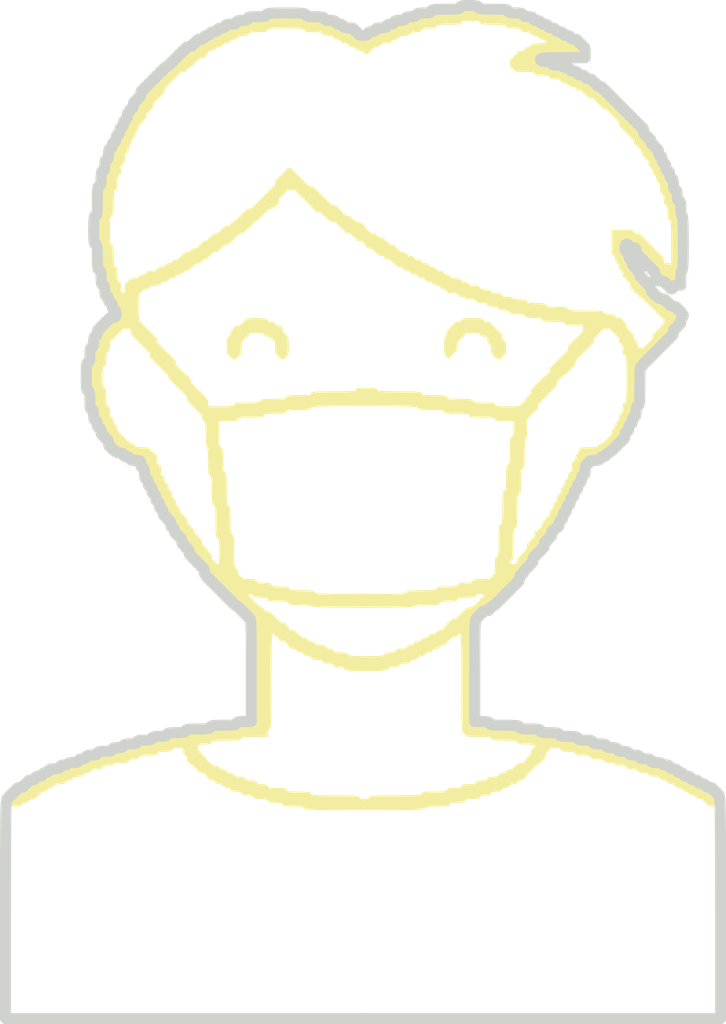
<source format=kicad_pcb>
(kicad_pcb (version 20171130) (host pcbnew 5.1.5-52549c5~84~ubuntu19.10.1)
  (layers (0 F.Cu signal) (31 B.Cu signal) (34 B.Paste user) (35 F.Paste user) (36 B.SilkS user) (37 F.SilkS user) (38 B.Mask user) (39 F.Mask user) (44 Edge.Cuts user))
  (net 0 "")
  (module mask1:mask1b (layer F.Cu) (at 126.5 -272)
    (fp_text reference G*** hide)
    (fp_text value LOGO hide)
  )
  (gr_line (start 89.641749 -237.890159) (end 89.641749 -249.12978) (layer Edge.Cuts) (width 1.125))
  (gr_line (start 126.21775 -237.890159) (end 89.641749 -237.890159) (layer Edge.Cuts) (width 1.125))
  (gr_line (start 162.793755 -237.890159) (end 126.21775 -237.890159) (layer Edge.Cuts) (width 1.125))
  (gr_line (start 162.793755 -249.32016) (end 162.793755 -237.890159) (layer Edge.Cuts) (width 1.125))
  (gr_line (start 137.647743 -268.24326) (end 138.409743 -268.24326) (layer Edge.Cuts) (width 1.125))
  (gr_line (start 137.647743 -273.513765) (end 137.647743 -268.24326) (layer Edge.Cuts) (width 1.125))
  (gr_curve (pts (xy 162.603255 -260.75016) (xy 162.77118 -260.75016) (xy 162.793755 -259.395495) (xy 162.793755 -249.32016)) (layer Edge.Cuts) (width 1.125))
  (gr_curve (pts (xy 162.412755 -260.94066) (xy 162.412755 -260.835809) (xy 162.498405 -260.75016) (xy 162.603255 -260.75016)) (layer Edge.Cuts) (width 1.125))
  (gr_curve (pts (xy 162.222255 -261.131159) (xy 162.327105 -261.131159) (xy 162.412755 -261.04551) (xy 162.412755 -260.94066)) (layer Edge.Cuts) (width 1.125))
  (gr_curve (pts (xy 162.031755 -261.32166) (xy 162.031755 -261.21696) (xy 162.117555 -261.131159) (xy 162.222255 -261.131159)) (layer Edge.Cuts) (width 1.125))
  (gr_curve (pts (xy 161.650755 -261.51216) (xy 161.90475 -261.51216) (xy 162.031755 -261.44871) (xy 162.031755 -261.32166)) (layer Edge.Cuts) (width 1.125))
  (gr_curve (pts (xy 161.269755 -261.702659) (xy 161.269755 -261.575609) (xy 161.396805 -261.51216) (xy 161.650755 -261.51216)) (layer Edge.Cuts) (width 1.125))
  (gr_curve (pts (xy 160.888755 -261.89316) (xy 161.14275 -261.89316) (xy 161.269755 -261.82971) (xy 161.269755 -261.702659)) (layer Edge.Cuts) (width 1.125))
  (gr_curve (pts (xy 160.507755 -262.08366) (xy 160.507755 -261.95661) (xy 160.634805 -261.89316) (xy 160.888755 -261.89316)) (layer Edge.Cuts) (width 1.125))
  (gr_curve (pts (xy 160.126755 -262.274159) (xy 160.38075 -262.274159) (xy 160.507755 -262.21071) (xy 160.507755 -262.08366)) (layer Edge.Cuts) (width 1.125))
  (gr_curve (pts (xy 159.745755 -262.46466) (xy 159.745755 -262.33761) (xy 159.872805 -262.274159) (xy 160.126755 -262.274159)) (layer Edge.Cuts) (width 1.125))
  (gr_curve (pts (xy 159.364755 -262.65516) (xy 159.61875 -262.65516) (xy 159.745755 -262.59171) (xy 159.745755 -262.46466)) (layer Edge.Cuts) (width 1.125))
  (gr_curve (pts (xy 158.983755 -262.845659) (xy 158.983755 -262.718609) (xy 159.110805 -262.65516) (xy 159.364755 -262.65516)) (layer Edge.Cuts) (width 1.125))
  (gr_curve (pts (xy 158.66625 -263.03616) (xy 158.8638 -263.03616) (xy 158.983755 -262.96416) (xy 158.983755 -262.845659)) (layer Edge.Cuts) (width 1.125))
  (gr_curve (pts (xy 158.348745 -263.22666) (xy 158.348745 -263.10816) (xy 158.468745 -263.03616) (xy 158.66625 -263.03616)) (layer Edge.Cuts) (width 1.125))
  (gr_curve (pts (xy 157.967745 -263.417159) (xy 158.221755 -263.417159) (xy 158.348745 -263.35371) (xy 158.348745 -263.22666)) (layer Edge.Cuts) (width 1.125))
  (gr_curve (pts (xy 157.586745 -263.60766) (xy 157.586745 -263.48061) (xy 157.713795 -263.417159) (xy 157.967745 -263.417159)) (layer Edge.Cuts) (width 1.125))
  (gr_curve (pts (xy 157.205745 -263.79816) (xy 157.459755 -263.79816) (xy 157.586745 -263.73471) (xy 157.586745 -263.60766)) (layer Edge.Cuts) (width 1.125))
  (gr_curve (pts (xy 156.824745 -263.92521) (xy 156.824745 -263.85531) (xy 156.996195 -263.79816) (xy 157.205745 -263.79816)) (layer Edge.Cuts) (width 1.125))
  (gr_curve (pts (xy 156.253245 -264.05226) (xy 156.56757 -264.05226) (xy 156.824745 -263.995109) (xy 156.824745 -263.92521)) (layer Edge.Cuts) (width 1.125))
  (gr_curve (pts (xy 155.681745 -264.24276) (xy 155.681745 -264.101609) (xy 155.829945 -264.05226) (xy 156.253245 -264.05226)) (layer Edge.Cuts) (width 1.125))
  (gr_curve (pts (xy 155.110245 -264.43326) (xy 155.53359 -264.43326) (xy 155.681745 -264.38391) (xy 155.681745 -264.24276)) (layer Edge.Cuts) (width 1.125))
  (gr_curve (pts (xy 154.538745 -264.62376) (xy 154.538745 -264.48261) (xy 154.686945 -264.43326) (xy 155.110245 -264.43326)) (layer Edge.Cuts) (width 1.125))
  (gr_curve (pts (xy 153.967245 -264.81426) (xy 154.39059 -264.81426) (xy 154.538745 -264.76491) (xy 154.538745 -264.62376)) (layer Edge.Cuts) (width 1.125))
  (gr_curve (pts (xy 153.395745 -265.00476) (xy 153.395745 -264.86361) (xy 153.543945 -264.81426) (xy 153.967245 -264.81426)) (layer Edge.Cuts) (width 1.125))
  (gr_curve (pts (xy 152.824245 -265.19526) (xy 153.24759 -265.19526) (xy 153.395745 -265.14591) (xy 153.395745 -265.00476)) (layer Edge.Cuts) (width 1.125))
  (gr_curve (pts (xy 152.252745 -265.38576) (xy 152.252745 -265.244609) (xy 152.400945 -265.19526) (xy 152.824245 -265.19526)) (layer Edge.Cuts) (width 1.125))
  (gr_curve (pts (xy 151.681245 -265.57626) (xy 152.10459 -265.57626) (xy 152.252745 -265.52691) (xy 152.252745 -265.38576)) (layer Edge.Cuts) (width 1.125))
  (gr_curve (pts (xy 151.109745 -265.76676) (xy 151.109745 -265.62561) (xy 151.257945 -265.57626) (xy 151.681245 -265.57626)) (layer Edge.Cuts) (width 1.125))
  (gr_curve (pts (xy 150.411255 -265.95726) (xy 150.947475 -265.95726) (xy 151.109745 -265.91301) (xy 151.109745 -265.76676)) (layer Edge.Cuts) (width 1.125))
  (gr_curve (pts (xy 149.712744 -266.14776) (xy 149.712744 -266.00151) (xy 149.875021 -265.95726) (xy 150.411255 -265.95726)) (layer Edge.Cuts) (width 1.125))
  (gr_curve (pts (xy 148.950744 -266.33826) (xy 149.54341 -266.33826) (xy 149.712744 -266.29596) (xy 149.712744 -266.14776)) (layer Edge.Cuts) (width 1.125))
  (gr_curve (pts (xy 148.188744 -266.52876) (xy 148.188744 -266.38056) (xy 148.358076 -266.33826) (xy 148.950744 -266.33826)) (layer Edge.Cuts) (width 1.125))
  (gr_curve (pts (xy 147.236244 -266.71926) (xy 147.998244 -266.71926) (xy 148.188744 -266.68116) (xy 148.188744 -266.52876)) (layer Edge.Cuts) (width 1.125))
  (gr_curve (pts (xy 146.283744 -266.90976) (xy 146.283744 -266.75736) (xy 146.474244 -266.71926) (xy 147.236244 -266.71926)) (layer Edge.Cuts) (width 1.125))
  (gr_curve (pts (xy 145.331244 -267.10026) (xy 146.093244 -267.10026) (xy 146.283744 -267.06216) (xy 146.283744 -266.90976)) (layer Edge.Cuts) (width 1.125))
  (gr_curve (pts (xy 144.378744 -267.29076) (xy 144.378744 -267.13836) (xy 144.569244 -267.10026) (xy 145.331244 -267.10026)) (layer Edge.Cuts) (width 1.125))
  (gr_curve (pts (xy 143.299243 -267.48126) (xy 144.174132 -267.48126) (xy 144.378744 -267.44511) (xy 144.378744 -267.29076)) (layer Edge.Cuts) (width 1.125))
  (gr_curve (pts (xy 142.219743 -267.67176) (xy 142.219743 -267.517365) (xy 142.424355 -267.48126) (xy 143.299243 -267.48126)) (layer Edge.Cuts) (width 1.125))
  (gr_curve (pts (xy 140.695743 -267.86226) (xy 141.965743 -267.86226) (xy 142.219743 -267.83046) (xy 142.219743 -267.67176)) (layer Edge.Cuts) (width 1.125))
  (gr_curve (pts (xy 139.171743 -268.05276) (xy 139.171743 -267.894015) (xy 139.425744 -267.86226) (xy 140.695743 -267.86226)) (layer Edge.Cuts) (width 1.125))
  (gr_curve (pts (xy 138.409743 -268.24326) (xy 139.002411 -268.24326) (xy 139.171743 -268.200959) (xy 139.171743 -268.05276)) (layer Edge.Cuts) (width 1.125))
  (gr_line (start 158.729745 -312.820501) (end 158.348745 -312.820501) (layer Edge.Cuts) (width 1.125))
  (gr_line (start 158.729745 -313.582501) (end 158.729745 -312.820501) (layer Edge.Cuts) (width 1.125))
  (gr_curve (pts (xy 137.838243 -278.78427) (xy 137.671969 -278.78427) (xy 137.647743 -278.11398) (xy 137.647743 -273.513765)) (layer Edge.Cuts) (width 1.125))
  (gr_curve (pts (xy 138.028743 -278.97477) (xy 138.028743 -278.87007) (xy 137.943018 -278.78427) (xy 137.838243 -278.78427)) (layer Edge.Cuts) (width 1.125))
  (gr_curve (pts (xy 138.219243 -279.16527) (xy 138.114468 -279.16527) (xy 138.028743 -279.07947) (xy 138.028743 -278.97477)) (layer Edge.Cuts) (width 1.125))
  (gr_curve (pts (xy 138.409743 -279.35577) (xy 138.409743 -279.25092) (xy 138.324018 -279.16527) (xy 138.219243 -279.16527)) (layer Edge.Cuts) (width 1.125))
  (gr_curve (pts (xy 138.790743 -279.54627) (xy 138.536743 -279.54627) (xy 138.409743 -279.48282) (xy 138.409743 -279.35577)) (layer Edge.Cuts) (width 1.125))
  (gr_curve (pts (xy 139.171743 -279.73677) (xy 139.171743 -279.60972) (xy 139.044738 -279.54627) (xy 138.790743 -279.54627)) (layer Edge.Cuts) (width 1.125))
  (gr_curve (pts (xy 139.362243 -279.92727) (xy 139.257468 -279.92727) (xy 139.171743 -279.84162) (xy 139.171743 -279.73677)) (layer Edge.Cuts) (width 1.125))
  (gr_curve (pts (xy 139.552743 -280.05432) (xy 139.552743 -279.98442) (xy 139.467018 -279.92727) (xy 139.362243 -279.92727)) (layer Edge.Cuts) (width 1.125))
  (gr_curve (pts (xy 139.743243 -280.18137) (xy 139.638468 -280.18137) (xy 139.552743 -280.12422) (xy 139.552743 -280.05432)) (layer Edge.Cuts) (width 1.125))
  (gr_curve (pts (xy 139.933743 -280.37187) (xy 139.933743 -280.26702) (xy 139.848018 -280.18137) (xy 139.743243 -280.18137)) (layer Edge.Cuts) (width 1.125))
  (gr_curve (pts (xy 140.124243 -280.56237) (xy 140.019468 -280.56237) (xy 139.933743 -280.47657) (xy 139.933743 -280.37187)) (layer Edge.Cuts) (width 1.125))
  (gr_curve (pts (xy 140.314743 -280.75287) (xy 140.314743 -280.64802) (xy 140.229018 -280.56237) (xy 140.124243 -280.56237)) (layer Edge.Cuts) (width 1.125))
  (gr_curve (pts (xy 140.505243 -280.94337) (xy 140.400468 -280.94337) (xy 140.314743 -280.85772) (xy 140.314743 -280.75287)) (layer Edge.Cuts) (width 1.125))
  (gr_curve (pts (xy 140.695743 -281.13387) (xy 140.695743 -281.02902) (xy 140.610018 -280.94337) (xy 140.505243 -280.94337)) (layer Edge.Cuts) (width 1.125))
  (gr_curve (pts (xy 140.886243 -281.32437) (xy 140.781468 -281.32437) (xy 140.695743 -281.23857) (xy 140.695743 -281.13387)) (layer Edge.Cuts) (width 1.125))
  (gr_curve (pts (xy 141.076743 -281.51487) (xy 141.076743 -281.41002) (xy 140.991018 -281.32437) (xy 140.886243 -281.32437)) (layer Edge.Cuts) (width 1.125))
  (gr_curve (pts (xy 141.267243 -281.70537) (xy 141.162468 -281.70537) (xy 141.076743 -281.61957) (xy 141.076743 -281.51487)) (layer Edge.Cuts) (width 1.125))
  (gr_curve (pts (xy 141.457743 -281.89587) (xy 141.457743 -281.79102) (xy 141.372018 -281.70537) (xy 141.267243 -281.70537)) (layer Edge.Cuts) (width 1.125))
  (gr_curve (pts (xy 141.648243 -282.08637) (xy 141.543468 -282.08637) (xy 141.457743 -282.00072) (xy 141.457743 -281.89587)) (layer Edge.Cuts) (width 1.125))
  (gr_curve (pts (xy 141.838743 -282.27687) (xy 141.838743 -282.17202) (xy 141.753018 -282.08637) (xy 141.648243 -282.08637)) (layer Edge.Cuts) (width 1.125))
  (gr_curve (pts (xy 142.029243 -282.46737) (xy 141.924468 -282.46737) (xy 141.838743 -282.38157) (xy 141.838743 -282.27687)) (layer Edge.Cuts) (width 1.125))
  (gr_curve (pts (xy 142.219743 -282.84837) (xy 142.219743 -282.594375) (xy 142.156248 -282.46737) (xy 142.029243 -282.46737)) (layer Edge.Cuts) (width 1.125))
  (gr_curve (pts (xy 142.410243 -283.22937) (xy 142.283238 -283.22937) (xy 142.219743 -283.10232) (xy 142.219743 -282.84837)) (layer Edge.Cuts) (width 1.125))
  (gr_curve (pts (xy 142.600743 -283.41987) (xy 142.600743 -283.31502) (xy 142.515018 -283.22937) (xy 142.410243 -283.22937)) (layer Edge.Cuts) (width 1.125))
  (gr_curve (pts (xy 142.727748 -283.61037) (xy 142.657893 -283.61037) (xy 142.600743 -283.52457) (xy 142.600743 -283.41987)) (layer Edge.Cuts) (width 1.125))
  (gr_curve (pts (xy 142.854753 -283.80087) (xy 142.854753 -283.69602) (xy 142.797603 -283.61037) (xy 142.727748 -283.61037)) (layer Edge.Cuts) (width 1.125))
  (gr_curve (pts (xy 143.045253 -283.99137) (xy 142.940478 -283.99137) (xy 142.854753 -283.90557) (xy 142.854753 -283.80087)) (layer Edge.Cuts) (width 1.125))
  (gr_curve (pts (xy 143.235753 -284.18187) (xy 143.235753 -284.07702) (xy 143.150028 -283.99137) (xy 143.045253 -283.99137)) (layer Edge.Cuts) (width 1.125))
  (gr_curve (pts (xy 143.426253 -284.37237) (xy 143.321478 -284.37237) (xy 143.235753 -284.28672) (xy 143.235753 -284.18187)) (layer Edge.Cuts) (width 1.125))
  (gr_curve (pts (xy 143.616753 -284.75337) (xy 143.616753 -284.499375) (xy 143.553258 -284.37237) (xy 143.426253 -284.37237)) (layer Edge.Cuts) (width 1.125))
  (gr_curve (pts (xy 143.807253 -285.13437) (xy 143.680248 -285.13437) (xy 143.616753 -285.00732) (xy 143.616753 -284.75337)) (layer Edge.Cuts) (width 1.125))
  (gr_curve (pts (xy 143.997753 -285.32487) (xy 143.997753 -285.22002) (xy 143.912028 -285.13437) (xy 143.807253 -285.13437)) (layer Edge.Cuts) (width 1.125))
  (gr_curve (pts (xy 144.188253 -285.51537) (xy 144.083478 -285.51537) (xy 143.997753 -285.42972) (xy 143.997753 -285.32487)) (layer Edge.Cuts) (width 1.125))
  (gr_curve (pts (xy 144.378753 -285.70587) (xy 144.378753 -285.60117) (xy 144.293028 -285.51537) (xy 144.188253 -285.51537)) (layer Edge.Cuts) (width 1.125))
  (gr_curve (pts (xy 144.569253 -285.89637) (xy 144.464478 -285.89637) (xy 144.378753 -285.81057) (xy 144.378753 -285.70587)) (layer Edge.Cuts) (width 1.125))
  (gr_curve (pts (xy 144.759753 -286.27737) (xy 144.759753 -286.023375) (xy 144.696258 -285.89637) (xy 144.569253 -285.89637)) (layer Edge.Cuts) (width 1.125))
  (gr_curve (pts (xy 144.950253 -286.65837) (xy 144.823248 -286.65837) (xy 144.759753 -286.53132) (xy 144.759753 -286.27737)) (layer Edge.Cuts) (width 1.125))
  (gr_curve (pts (xy 145.140753 -286.84887) (xy 145.140753 -286.74417) (xy 145.055028 -286.65837) (xy 144.950253 -286.65837)) (layer Edge.Cuts) (width 1.125))
  (gr_curve (pts (xy 145.331253 -287.03937) (xy 145.226478 -287.03937) (xy 145.140753 -286.95357) (xy 145.140753 -286.84887)) (layer Edge.Cuts) (width 1.125))
  (gr_curve (pts (xy 145.521753 -287.42037) (xy 145.521753 -287.166375) (xy 145.458258 -287.03937) (xy 145.331253 -287.03937)) (layer Edge.Cuts) (width 1.125))
  (gr_curve (pts (xy 145.712253 -287.80137) (xy 145.585248 -287.80137) (xy 145.521753 -287.67432) (xy 145.521753 -287.42037)) (layer Edge.Cuts) (width 1.125))
  (gr_curve (pts (xy 145.902753 -287.92842) (xy 145.902753 -287.85852) (xy 145.817028 -287.80137) (xy 145.712253 -287.80137)) (layer Edge.Cuts) (width 1.125))
  (gr_curve (pts (xy 146.093253 -288.05547) (xy 145.988478 -288.05547) (xy 145.902753 -287.99832) (xy 145.902753 -287.92842)) (layer Edge.Cuts) (width 1.125))
  (gr_curve (pts (xy 146.283753 -288.43647) (xy 146.283753 -288.182475) (xy 146.220258 -288.05547) (xy 146.093253 -288.05547)) (layer Edge.Cuts) (width 1.125))
  (gr_curve (pts (xy 146.474253 -288.81747) (xy 146.347248 -288.81747) (xy 146.283753 -288.69042) (xy 146.283753 -288.43647)) (layer Edge.Cuts) (width 1.125))
  (gr_curve (pts (xy 146.664753 -289.19847) (xy 146.664753 -288.944475) (xy 146.601258 -288.81747) (xy 146.474253 -288.81747)) (layer Edge.Cuts) (width 1.125))
  (gr_curve (pts (xy 146.855253 -289.57947) (xy 146.728248 -289.57947) (xy 146.664753 -289.45242) (xy 146.664753 -289.19847)) (layer Edge.Cuts) (width 1.125))
  (gr_curve (pts (xy 147.045753 -289.96047) (xy 147.045753 -289.706475) (xy 146.982258 -289.57947) (xy 146.855253 -289.57947)) (layer Edge.Cuts) (width 1.125))
  (gr_curve (pts (xy 147.236253 -290.34147) (xy 147.109248 -290.34147) (xy 147.045753 -290.21442) (xy 147.045753 -289.96047)) (layer Edge.Cuts) (width 1.125))
  (gr_curve (pts (xy 147.426753 -290.72247) (xy 147.426753 -290.468475) (xy 147.363258 -290.34147) (xy 147.236253 -290.34147)) (layer Edge.Cuts) (width 1.125))
  (gr_curve (pts (xy 147.617253 -291.10347) (xy 147.490248 -291.10347) (xy 147.426753 -290.97642) (xy 147.426753 -290.72247)) (layer Edge.Cuts) (width 1.125))
  (gr_curve (pts (xy 147.807753 -291.48447) (xy 147.807753 -291.230475) (xy 147.744258 -291.10347) (xy 147.617253 -291.10347)) (layer Edge.Cuts) (width 1.125))
  (gr_curve (pts (xy 147.998253 -291.86547) (xy 147.871248 -291.86547) (xy 147.807753 -291.73842) (xy 147.807753 -291.48447)) (layer Edge.Cuts) (width 1.125))
  (gr_curve (pts (xy 148.188753 -292.24647) (xy 148.188753 -291.992475) (xy 148.125258 -291.86547) (xy 147.998253 -291.86547)) (layer Edge.Cuts) (width 1.125))
  (gr_curve (pts (xy 148.379253 -292.62747) (xy 148.252248 -292.62747) (xy 148.188753 -292.50042) (xy 148.188753 -292.24647)) (layer Edge.Cuts) (width 1.125))
  (gr_curve (pts (xy 148.569753 -293.00847) (xy 148.569753 -292.754475) (xy 148.506258 -292.62747) (xy 148.379253 -292.62747)) (layer Edge.Cuts) (width 1.125))
  (gr_curve (pts (xy 148.760253 -293.38947) (xy 148.633248 -293.38947) (xy 148.569753 -293.26242) (xy 148.569753 -293.00847)) (layer Edge.Cuts) (width 1.125))
  (gr_curve (pts (xy 148.950753 -293.96097) (xy 148.950753 -293.53764) (xy 148.901358 -293.38947) (xy 148.760253 -293.38947)) (layer Edge.Cuts) (width 1.125))
  (gr_curve (pts (xy 149.141253 -294.53247) (xy 149.000148 -294.53247) (xy 148.950753 -294.38427) (xy 148.950753 -293.96097)) (layer Edge.Cuts) (width 1.125))
  (gr_curve (pts (xy 149.331753 -294.72297) (xy 149.331753 -294.61827) (xy 149.246028 -294.53247) (xy 149.141253 -294.53247)) (layer Edge.Cuts) (width 1.125))
  (gr_curve (pts (xy 149.903253 -294.91347) (xy 149.47992 -294.91347) (xy 149.331753 -294.86412) (xy 149.331753 -294.72297)) (layer Edge.Cuts) (width 1.125))
  (gr_curve (pts (xy 150.47475 -295.10397) (xy 150.47475 -294.96282) (xy 150.32655 -294.91347) (xy 149.903253 -294.91347)) (layer Edge.Cuts) (width 1.125))
  (gr_curve (pts (xy 150.792255 -295.29447) (xy 150.59469 -295.29447) (xy 150.47475 -295.22247) (xy 150.47475 -295.10397)) (layer Edge.Cuts) (width 1.125))
  (gr_curve (pts (xy 151.109745 -295.48497) (xy 151.109745 -295.36647) (xy 150.989745 -295.29447) (xy 150.792255 -295.29447)) (layer Edge.Cuts) (width 1.125))
  (gr_curve (pts (xy 151.300245 -295.675479) (xy 151.195545 -295.675479) (xy 151.109745 -295.589754) (xy 151.109745 -295.48497)) (layer Edge.Cuts) (width 1.125))
  (gr_curve (pts (xy 151.490745 -295.802484) (xy 151.490745 -295.732629) (xy 151.404945 -295.675479) (xy 151.300245 -295.675479)) (layer Edge.Cuts) (width 1.125))
  (gr_curve (pts (xy 151.681245 -295.929489) (xy 151.576395 -295.929489) (xy 151.490745 -295.872339) (xy 151.490745 -295.802484)) (layer Edge.Cuts) (width 1.125))
  (gr_curve (pts (xy 151.871745 -296.119989) (xy 151.871745 -296.015214) (xy 151.786095 -295.929489) (xy 151.681245 -295.929489)) (layer Edge.Cuts) (width 1.125))
  (gr_curve (pts (xy 152.062245 -296.310489) (xy 151.957395 -296.310489) (xy 151.871745 -296.224764) (xy 151.871745 -296.119989)) (layer Edge.Cuts) (width 1.125))
  (gr_curve (pts (xy 152.252745 -296.500989) (xy 152.252745 -296.396214) (xy 152.167095 -296.310489) (xy 152.062245 -296.310489)) (layer Edge.Cuts) (width 1.125))
  (gr_curve (pts (xy 152.443245 -296.691489) (xy 152.338545 -296.691489) (xy 152.252745 -296.605764) (xy 152.252745 -296.500989)) (layer Edge.Cuts) (width 1.125))
  (gr_curve (pts (xy 152.633745 -296.881989) (xy 152.633745 -296.777214) (xy 152.547945 -296.691489) (xy 152.443245 -296.691489)) (layer Edge.Cuts) (width 1.125))
  (gr_curve (pts (xy 152.824245 -297.072489) (xy 152.719395 -297.072489) (xy 152.633745 -296.986764) (xy 152.633745 -296.881989)) (layer Edge.Cuts) (width 1.125))
  (gr_curve (pts (xy 153.014745 -297.453489) (xy 153.014745 -297.199489) (xy 152.951295 -297.072489) (xy 152.824245 -297.072489)) (layer Edge.Cuts) (width 1.125))
  (gr_curve (pts (xy 153.205245 -297.834489) (xy 153.078195 -297.834489) (xy 153.014745 -297.707484) (xy 153.014745 -297.453489)) (layer Edge.Cuts) (width 1.125))
  (gr_curve (pts (xy 153.395745 -298.21549) (xy 153.395745 -297.961489) (xy 153.332295 -297.834489) (xy 153.205245 -297.834489)) (layer Edge.Cuts) (width 1.125))
  (gr_curve (pts (xy 153.586245 -298.59649) (xy 153.459195 -298.59649) (xy 153.395745 -298.469485) (xy 153.395745 -298.21549)) (layer Edge.Cuts) (width 1.125))
  (gr_curve (pts (xy 153.776745 -298.97749) (xy 153.776745 -298.723489) (xy 153.713295 -298.59649) (xy 153.586245 -298.59649)) (layer Edge.Cuts) (width 1.125))
  (gr_curve (pts (xy 153.967245 -299.35849) (xy 153.840195 -299.35849) (xy 153.776745 -299.231485) (xy 153.776745 -298.97749)) (layer Edge.Cuts) (width 1.125))
  (gr_curve (pts (xy 154.157745 -299.92999) (xy 154.157745 -299.506657) (xy 154.108395 -299.35849) (xy 153.967245 -299.35849)) (layer Edge.Cuts) (width 1.125))
  (gr_curve (pts (xy 154.348245 -300.50149) (xy 154.207095 -300.50149) (xy 154.157745 -300.35332) (xy 154.157745 -299.92999)) (layer Edge.Cuts) (width 1.125))
  (gr_curve (pts (xy 154.538745 -302.533489) (xy 154.538745 -300.811933) (xy 154.509645 -300.50149) (xy 154.348245 -300.50149)) (layer Edge.Cuts) (width 1.125))
  (gr_curve (pts (xy 154.729245 -304.56549) (xy 154.56786 -304.56549) (xy 154.538745 -304.255047) (xy 154.538745 -302.533489)) (layer Edge.Cuts) (width 1.125))
  (gr_curve (pts (xy 154.919745 -304.75599) (xy 154.919745 -304.651215) (xy 154.833945 -304.56549) (xy 154.729245 -304.56549)) (layer Edge.Cuts) (width 1.125))
  (gr_curve (pts (xy 155.110245 -304.94649) (xy 155.005395 -304.94649) (xy 154.919745 -304.860765) (xy 154.919745 -304.75599)) (layer Edge.Cuts) (width 1.125))
  (gr_curve (pts (xy 155.300745 -305.13699) (xy 155.300745 -305.032215) (xy 155.215095 -304.94649) (xy 155.110245 -304.94649)) (layer Edge.Cuts) (width 1.125))
  (gr_curve (pts (xy 155.491245 -305.32749) (xy 155.386395 -305.32749) (xy 155.300745 -305.241765) (xy 155.300745 -305.13699)) (layer Edge.Cuts) (width 1.125))
  (gr_curve (pts (xy 155.681745 -305.51799) (xy 155.681745 -305.413215) (xy 155.596095 -305.32749) (xy 155.491245 -305.32749)) (layer Edge.Cuts) (width 1.125))
  (gr_curve (pts (xy 155.872245 -305.70849) (xy 155.767545 -305.70849) (xy 155.681745 -305.622765) (xy 155.681745 -305.51799)) (layer Edge.Cuts) (width 1.125))
  (gr_curve (pts (xy 156.062745 -305.89899) (xy 156.062745 -305.794215) (xy 155.976945 -305.70849) (xy 155.872245 -305.70849)) (layer Edge.Cuts) (width 1.125))
  (gr_curve (pts (xy 156.253245 -306.08949) (xy 156.148395 -306.08949) (xy 156.062745 -306.003765) (xy 156.062745 -305.89899)) (layer Edge.Cuts) (width 1.125))
  (gr_curve (pts (xy 156.443745 -306.27999) (xy 156.443745 -306.175215) (xy 156.358095 -306.08949) (xy 156.253245 -306.08949)) (layer Edge.Cuts) (width 1.125))
  (gr_curve (pts (xy 156.634245 -306.47049) (xy 156.529395 -306.47049) (xy 156.443745 -306.384765) (xy 156.443745 -306.27999)) (layer Edge.Cuts) (width 1.125))
  (gr_curve (pts (xy 156.824745 -306.66099) (xy 156.824745 -306.556215) (xy 156.738945 -306.47049) (xy 156.634245 -306.47049)) (layer Edge.Cuts) (width 1.125))
  (gr_curve (pts (xy 157.015245 -306.85149) (xy 156.910395 -306.85149) (xy 156.824745 -306.765765) (xy 156.824745 -306.66099)) (layer Edge.Cuts) (width 1.125))
  (gr_curve (pts (xy 157.205745 -307.04199) (xy 157.205745 -306.937215) (xy 157.119945 -306.85149) (xy 157.015245 -306.85149)) (layer Edge.Cuts) (width 1.125))
  (gr_curve (pts (xy 157.396245 -307.23249) (xy 157.291395 -307.23249) (xy 157.205745 -307.146765) (xy 157.205745 -307.04199)) (layer Edge.Cuts) (width 1.125))
  (gr_curve (pts (xy 157.586745 -307.42299) (xy 157.586745 -307.318215) (xy 157.501095 -307.23249) (xy 157.396245 -307.23249)) (layer Edge.Cuts) (width 1.125))
  (gr_curve (pts (xy 157.777245 -307.61349) (xy 157.672395 -307.61349) (xy 157.586745 -307.527765) (xy 157.586745 -307.42299)) (layer Edge.Cuts) (width 1.125))
  (gr_curve (pts (xy 157.967745 -307.99449) (xy 157.967745 -307.74049) (xy 157.904295 -307.61349) (xy 157.777245 -307.61349)) (layer Edge.Cuts) (width 1.125))
  (gr_curve (pts (xy 158.158245 -308.37549) (xy 158.031195 -308.37549) (xy 157.967745 -308.248485) (xy 157.967745 -307.99449)) (layer Edge.Cuts) (width 1.125))
  (gr_curve (pts (xy 158.348745 -308.56599) (xy 158.348745 -308.461215) (xy 158.262945 -308.37549) (xy 158.158245 -308.37549)) (layer Edge.Cuts) (width 1.125))
  (gr_curve (pts (xy 158.539245 -308.75649) (xy 158.434395 -308.75649) (xy 158.348745 -308.670765) (xy 158.348745 -308.56599)) (layer Edge.Cuts) (width 1.125))
  (gr_curve (pts (xy 158.729745 -309.13749) (xy 158.729745 -308.88349) (xy 158.666295 -308.75649) (xy 158.539245 -308.75649)) (layer Edge.Cuts) (width 1.125))
  (gr_curve (pts (xy 158.856795 -309.51849) (xy 158.786895 -309.51849) (xy 158.729745 -309.34704) (xy 158.729745 -309.13749)) (layer Edge.Cuts) (width 1.125))
  (gr_curve (pts (xy 158.983845 -309.70899) (xy 158.983845 -309.604215) (xy 158.926695 -309.51849) (xy 158.856795 -309.51849)) (layer Edge.Cuts) (width 1.125))
  (gr_curve (pts (xy 158.856795 -309.89949) (xy 158.926695 -309.89949) (xy 158.983845 -309.813765) (xy 158.983845 -309.70899)) (layer Edge.Cuts) (width 1.125))
  (gr_curve (pts (xy 158.729745 -310.08999) (xy 158.729745 -309.985215) (xy 158.786895 -309.89949) (xy 158.856795 -309.89949)) (layer Edge.Cuts) (width 1.125))
  (gr_curve (pts (xy 158.539245 -310.28049) (xy 158.644095 -310.28049) (xy 158.729745 -310.194765) (xy 158.729745 -310.08999)) (layer Edge.Cuts) (width 1.125))
  (gr_curve (pts (xy 158.348745 -310.47099) (xy 158.348745 -310.366215) (xy 158.434395 -310.28049) (xy 158.539245 -310.28049)) (layer Edge.Cuts) (width 1.125))
  (gr_curve (pts (xy 157.967745 -310.66149) (xy 158.221755 -310.66149) (xy 158.348745 -310.597995) (xy 158.348745 -310.47099)) (layer Edge.Cuts) (width 1.125))
  (gr_curve (pts (xy 157.586745 -310.85199) (xy 157.586745 -310.724985) (xy 157.713795 -310.66149) (xy 157.967745 -310.66149)) (layer Edge.Cuts) (width 1.125))
  (gr_curve (pts (xy 157.396245 -311.04249) (xy 157.501095 -311.04249) (xy 157.586745 -310.956765) (xy 157.586745 -310.85199)) (layer Edge.Cuts) (width 1.125))
  (gr_curve (pts (xy 157.205745 -311.232991) (xy 157.205745 -311.128216) (xy 157.291395 -311.04249) (xy 157.396245 -311.04249)) (layer Edge.Cuts) (width 1.125))
  (gr_curve (pts (xy 156.824745 -311.423491) (xy 157.078755 -311.423491) (xy 157.205745 -311.359996) (xy 157.205745 -311.232991)) (layer Edge.Cuts) (width 1.125))
  (gr_curve (pts (xy 156.443745 -311.550496) (xy 156.443745 -311.480641) (xy 156.615195 -311.423491) (xy 156.824745 -311.423491)) (layer Edge.Cuts) (width 1.125))
  (gr_curve (pts (xy 156.253245 -311.677501) (xy 156.358095 -311.677501) (xy 156.443745 -311.620351) (xy 156.443745 -311.550496)) (layer Edge.Cuts) (width 1.125))
  (gr_curve (pts (xy 156.062745 -311.868001) (xy 156.062745 -311.763226) (xy 156.148395 -311.677501) (xy 156.253245 -311.677501)) (layer Edge.Cuts) (width 1.125))
  (gr_curve (pts (xy 155.872245 -312.058501) (xy 155.977095 -312.058501) (xy 156.062745 -311.972776) (xy 156.062745 -311.868001)) (layer Edge.Cuts) (width 1.125))
  (gr_curve (pts (xy 155.681745 -312.439501) (xy 155.681745 -312.185502) (xy 155.745195 -312.058501) (xy 155.872245 -312.058501)) (layer Edge.Cuts) (width 1.125))
  (gr_curve (pts (xy 155.491245 -312.820501) (xy 155.618295 -312.820501) (xy 155.681745 -312.693496) (xy 155.681745 -312.439501)) (layer Edge.Cuts) (width 1.125))
  (gr_curve (pts (xy 155.300745 -313.011001) (xy 155.300745 -312.906226) (xy 155.386545 -312.820501) (xy 155.491245 -312.820501)) (layer Edge.Cuts) (width 1.125))
  (gr_curve (pts (xy 155.110245 -313.201501) (xy 155.215095 -313.201501) (xy 155.300745 -313.115776) (xy 155.300745 -313.011001)) (layer Edge.Cuts) (width 1.125))
  (gr_curve (pts (xy 154.919745 -313.392001) (xy 154.919745 -313.287226) (xy 155.005395 -313.201501) (xy 155.110245 -313.201501)) (layer Edge.Cuts) (width 1.125))
  (gr_curve (pts (xy 154.729245 -313.582501) (xy 154.834095 -313.582501) (xy 154.919745 -313.496776) (xy 154.919745 -313.392001)) (layer Edge.Cuts) (width 1.125))
  (gr_curve (pts (xy 154.538745 -313.963501) (xy 154.538745 -313.709502) (xy 154.602195 -313.582501) (xy 154.729245 -313.582501)) (layer Edge.Cuts) (width 1.125))
  (gr_curve (pts (xy 154.348245 -314.344501) (xy 154.475295 -314.344501) (xy 154.538745 -314.217496) (xy 154.538745 -313.963501)) (layer Edge.Cuts) (width 1.125))
  (gr_curve (pts (xy 154.157745 -314.535001) (xy 154.157745 -314.430226) (xy 154.243545 -314.344501) (xy 154.348245 -314.344501)) (layer Edge.Cuts) (width 1.125))
  (gr_curve (pts (xy 153.967245 -314.725501) (xy 154.072095 -314.725501) (xy 154.157745 -314.639776) (xy 154.157745 -314.535001)) (layer Edge.Cuts) (width 1.125))
  (gr_curve (pts (xy 153.776745 -315.106501) (xy 153.776745 -314.852502) (xy 153.840195 -314.725501) (xy 153.967245 -314.725501)) (layer Edge.Cuts) (width 1.125))
  (gr_curve (pts (xy 153.586245 -315.487501) (xy 153.713295 -315.487501) (xy 153.776745 -315.360496) (xy 153.776745 -315.106501)) (layer Edge.Cuts) (width 1.125))
  (gr_curve (pts (xy 153.395745 -315.868501) (xy 153.395745 -315.614502) (xy 153.459195 -315.487501) (xy 153.586245 -315.487501)) (layer Edge.Cuts) (width 1.125))
  (gr_curve (pts (xy 153.205245 -316.249501) (xy 153.332295 -316.249501) (xy 153.395745 -316.122496) (xy 153.395745 -315.868501)) (layer Edge.Cuts) (width 1.125))
  (gr_curve (pts (xy 153.014745 -316.630501) (xy 153.014745 -316.376502) (xy 153.078195 -316.249501) (xy 153.205245 -316.249501)) (layer Edge.Cuts) (width 1.125))
  (gr_curve (pts (xy 153.205245 -317.011501) (xy 153.078195 -317.011501) (xy 153.014745 -316.884496) (xy 153.014745 -316.630501)) (layer Edge.Cuts) (width 1.125))
  (gr_curve (pts (xy 153.395745 -316.821001) (xy 153.395745 -316.925776) (xy 153.310095 -317.011501) (xy 153.205245 -317.011501)) (layer Edge.Cuts) (width 1.125))
  (gr_curve (pts (xy 153.776745 -316.630501) (xy 153.52275 -316.630501) (xy 153.395745 -316.693996) (xy 153.395745 -316.821001)) (layer Edge.Cuts) (width 1.125))
  (gr_curve (pts (xy 154.157745 -316.249501) (xy 154.157745 -316.588168) (xy 154.115445 -316.630501) (xy 153.776745 -316.630501)) (layer Edge.Cuts) (width 1.125))
  (gr_curve (pts (xy 154.348245 -315.868501) (xy 154.221195 -315.868501) (xy 154.157745 -315.995506) (xy 154.157745 -316.249501)) (layer Edge.Cuts) (width 1.125))
  (gr_curve (pts (xy 154.538745 -315.678001) (xy 154.538745 -315.782776) (xy 154.453095 -315.868501) (xy 154.348245 -315.868501)) (layer Edge.Cuts) (width 1.125))
  (gr_curve (pts (xy 154.729245 -315.487501) (xy 154.624545 -315.487501) (xy 154.538745 -315.573226) (xy 154.538745 -315.678001)) (layer Edge.Cuts) (width 1.125))
  (gr_curve (pts (xy 154.919745 -315.297001) (xy 154.919745 -315.401776) (xy 154.833945 -315.487501) (xy 154.729245 -315.487501)) (layer Edge.Cuts) (width 1.125))
  (gr_curve (pts (xy 155.110245 -315.106501) (xy 155.005395 -315.106501) (xy 154.919745 -315.192226) (xy 154.919745 -315.297001)) (layer Edge.Cuts) (width 1.125))
  (gr_curve (pts (xy 155.300745 -314.916001) (xy 155.300745 -315.020776) (xy 155.215095 -315.106501) (xy 155.110245 -315.106501)) (layer Edge.Cuts) (width 1.125))
  (gr_curve (pts (xy 155.491245 -314.725501) (xy 155.386395 -314.725501) (xy 155.300745 -314.811226) (xy 155.300745 -314.916001)) (layer Edge.Cuts) (width 1.125))
  (gr_curve (pts (xy 155.681745 -314.535001) (xy 155.681745 -314.639776) (xy 155.596095 -314.725501) (xy 155.491245 -314.725501)) (layer Edge.Cuts) (width 1.125))
  (gr_curve (pts (xy 155.872245 -314.344501) (xy 155.767545 -314.344501) (xy 155.681745 -314.430226) (xy 155.681745 -314.535001)) (layer Edge.Cuts) (width 1.125))
  (gr_curve (pts (xy 156.062745 -313.963501) (xy 156.062745 -314.217501) (xy 155.999295 -314.344501) (xy 155.872245 -314.344501)) (layer Edge.Cuts) (width 1.125))
  (gr_curve (pts (xy 156.253245 -313.582501) (xy 156.126195 -313.582501) (xy 156.062745 -313.709506) (xy 156.062745 -313.963501)) (layer Edge.Cuts) (width 1.125))
  (gr_curve (pts (xy 156.443745 -313.392001) (xy 156.443745 -313.496776) (xy 156.358095 -313.582501) (xy 156.253245 -313.582501)) (layer Edge.Cuts) (width 1.125))
  (gr_curve (pts (xy 156.824745 -313.201501) (xy 156.57075 -313.201501) (xy 156.443745 -313.264996) (xy 156.443745 -313.392001)) (layer Edge.Cuts) (width 1.125))
  (gr_curve (pts (xy 157.205745 -313.011001) (xy 157.205745 -313.138006) (xy 157.078695 -313.201501) (xy 156.824745 -313.201501)) (layer Edge.Cuts) (width 1.125))
  (gr_curve (pts (xy 157.396245 -312.820501) (xy 157.291395 -312.820501) (xy 157.205745 -312.906226) (xy 157.205745 -313.011001)) (layer Edge.Cuts) (width 1.125))
  (gr_curve (pts (xy 157.586745 -312.630001) (xy 157.586745 -312.734776) (xy 157.501095 -312.820501) (xy 157.396245 -312.820501)) (layer Edge.Cuts) (width 1.125))
  (gr_curve (pts (xy 157.777245 -312.439501) (xy 157.672395 -312.439501) (xy 157.586745 -312.525226) (xy 157.586745 -312.630001)) (layer Edge.Cuts) (width 1.125))
  (gr_curve (pts (xy 157.967745 -312.630001) (xy 157.967745 -312.525226) (xy 157.881945 -312.439501) (xy 157.777245 -312.439501)) (layer Edge.Cuts) (width 1.125))
  (gr_curve (pts (xy 158.348745 -312.820501) (xy 158.09475 -312.820501) (xy 157.967745 -312.757006) (xy 157.967745 -312.630001)) (layer Edge.Cuts) (width 1.125))
  (gr_line (start 148.950753 -336.061513) (end 146.664753 -336.061513) (layer Edge.Cuts) (width 1.125))
  (gr_line (start 148.950753 -336.633013) (end 148.950753 -336.061513) (layer Edge.Cuts) (width 1.125))
  (gr_curve (pts (xy 158.856795 -314.344501) (xy 158.786295 -314.344501) (xy 158.729745 -314.005834) (xy 158.729745 -313.582501)) (layer Edge.Cuts) (width 1.125))
  (gr_curve (pts (xy 158.983845 -317.138502) (xy 158.983845 -315.360501) (xy 158.937645 -314.344501) (xy 158.856795 -314.344501)) (layer Edge.Cuts) (width 1.125))
  (gr_curve (pts (xy 158.856795 -319.932502) (xy 158.937645 -319.932502) (xy 158.983845 -318.916501) (xy 158.983845 -317.138502)) (layer Edge.Cuts) (width 1.125))
  (gr_curve (pts (xy 158.729745 -320.694502) (xy 158.729745 -320.271169) (xy 158.786145 -319.932502) (xy 158.856795 -319.932502)) (layer Edge.Cuts) (width 1.125))
  (gr_curve (pts (xy 158.539245 -321.456502) (xy 158.687445 -321.456502) (xy 158.729745 -321.287169) (xy 158.729745 -320.694502)) (layer Edge.Cuts) (width 1.125))
  (gr_curve (pts (xy 158.348745 -322.028002) (xy 158.348745 -321.604669) (xy 158.398095 -321.456502) (xy 158.539245 -321.456502)) (layer Edge.Cuts) (width 1.125))
  (gr_curve (pts (xy 158.158245 -322.599502) (xy 158.299395 -322.599502) (xy 158.348745 -322.451332) (xy 158.348745 -322.028002)) (layer Edge.Cuts) (width 1.125))
  (gr_curve (pts (xy 157.967745 -323.171002) (xy 157.967745 -322.747669) (xy 158.017095 -322.599502) (xy 158.158245 -322.599502)) (layer Edge.Cuts) (width 1.125))
  (gr_curve (pts (xy 157.777245 -323.742502) (xy 157.918395 -323.742502) (xy 157.967745 -323.594332) (xy 157.967745 -323.171002)) (layer Edge.Cuts) (width 1.125))
  (gr_curve (pts (xy 157.586745 -324.123502) (xy 157.586745 -323.869501) (xy 157.650195 -323.742502) (xy 157.777245 -323.742502)) (layer Edge.Cuts) (width 1.125))
  (gr_curve (pts (xy 157.396245 -324.504502) (xy 157.523295 -324.504502) (xy 157.586745 -324.377497) (xy 157.586745 -324.123502)) (layer Edge.Cuts) (width 1.125))
  (gr_curve (pts (xy 157.205745 -324.885502) (xy 157.205745 -324.631503) (xy 157.269195 -324.504502) (xy 157.396245 -324.504502)) (layer Edge.Cuts) (width 1.125))
  (gr_curve (pts (xy 157.015245 -325.266502) (xy 157.142295 -325.266502) (xy 157.205745 -325.139497) (xy 157.205745 -324.885502)) (layer Edge.Cuts) (width 1.125))
  (gr_curve (pts (xy 156.824745 -325.647502) (xy 156.824745 -325.393503) (xy 156.888195 -325.266502) (xy 157.015245 -325.266502)) (layer Edge.Cuts) (width 1.125))
  (gr_curve (pts (xy 156.634245 -326.028502) (xy 156.761295 -326.028502) (xy 156.824745 -325.901497) (xy 156.824745 -325.647502)) (layer Edge.Cuts) (width 1.125))
  (gr_curve (pts (xy 156.443745 -326.409502) (xy 156.443745 -326.155503) (xy 156.507195 -326.028502) (xy 156.634245 -326.028502)) (layer Edge.Cuts) (width 1.125))
  (gr_curve (pts (xy 156.253245 -326.790502) (xy 156.380295 -326.790502) (xy 156.443745 -326.663497) (xy 156.443745 -326.409502)) (layer Edge.Cuts) (width 1.125))
  (gr_curve (pts (xy 156.062745 -326.981002) (xy 156.062745 -326.876227) (xy 156.148395 -326.790502) (xy 156.253245 -326.790502)) (layer Edge.Cuts) (width 1.125))
  (gr_curve (pts (xy 155.872245 -327.171502) (xy 155.977095 -327.171502) (xy 156.062745 -327.085777) (xy 156.062745 -326.981002)) (layer Edge.Cuts) (width 1.125))
  (gr_curve (pts (xy 155.681745 -327.489003) (xy 155.681745 -327.291447) (xy 155.753745 -327.171502) (xy 155.872245 -327.171502)) (layer Edge.Cuts) (width 1.125))
  (gr_curve (pts (xy 155.491245 -327.806502) (xy 155.609745 -327.806502) (xy 155.681745 -327.686562) (xy 155.681745 -327.489003)) (layer Edge.Cuts) (width 1.125))
  (gr_curve (pts (xy 155.300745 -327.997002) (xy 155.300745 -327.892227) (xy 155.386545 -327.806502) (xy 155.491245 -327.806502)) (layer Edge.Cuts) (width 1.125))
  (gr_curve (pts (xy 155.110245 -328.187502) (xy 155.215095 -328.187502) (xy 155.300745 -328.101777) (xy 155.300745 -327.997002)) (layer Edge.Cuts) (width 1.125))
  (gr_curve (pts (xy 154.919745 -328.568502) (xy 154.919745 -328.314502) (xy 154.983195 -328.187502) (xy 155.110245 -328.187502)) (layer Edge.Cuts) (width 1.125))
  (gr_curve (pts (xy 154.729245 -328.949502) (xy 154.856295 -328.949502) (xy 154.919745 -328.822497) (xy 154.919745 -328.568502)) (layer Edge.Cuts) (width 1.125))
  (gr_curve (pts (xy 154.538745 -329.140002) (xy 154.538745 -329.035227) (xy 154.624545 -328.949502) (xy 154.729245 -328.949502)) (layer Edge.Cuts) (width 1.125))
  (gr_curve (pts (xy 154.348245 -329.330502) (xy 154.453095 -329.330502) (xy 154.538745 -329.244777) (xy 154.538745 -329.140002)) (layer Edge.Cuts) (width 1.125))
  (gr_curve (pts (xy 154.157745 -329.521002) (xy 154.157745 -329.416227) (xy 154.243545 -329.330502) (xy 154.348245 -329.330502)) (layer Edge.Cuts) (width 1.125))
  (gr_curve (pts (xy 153.967245 -329.711502) (xy 154.072095 -329.711502) (xy 154.157745 -329.625777) (xy 154.157745 -329.521002)) (layer Edge.Cuts) (width 1.125))
  (gr_curve (pts (xy 153.776745 -329.902002) (xy 153.776745 -329.797227) (xy 153.862395 -329.711502) (xy 153.967245 -329.711502)) (layer Edge.Cuts) (width 1.125))
  (gr_curve (pts (xy 153.586245 -330.092502) (xy 153.691095 -330.092502) (xy 153.776745 -330.006777) (xy 153.776745 -329.902002)) (layer Edge.Cuts) (width 1.125))
  (gr_curve (pts (xy 153.395745 -330.283002) (xy 153.395745 -330.178227) (xy 153.481545 -330.092502) (xy 153.586245 -330.092502)) (layer Edge.Cuts) (width 1.125))
  (gr_curve (pts (xy 153.205245 -330.473502) (xy 153.310095 -330.473502) (xy 153.395745 -330.387777) (xy 153.395745 -330.283002)) (layer Edge.Cuts) (width 1.125))
  (gr_curve (pts (xy 153.014745 -330.664002) (xy 153.014745 -330.559227) (xy 153.100545 -330.473502) (xy 153.205245 -330.473502)) (layer Edge.Cuts) (width 1.125))
  (gr_curve (pts (xy 152.824245 -330.854503) (xy 152.929095 -330.854503) (xy 153.014745 -330.768778) (xy 153.014745 -330.664002)) (layer Edge.Cuts) (width 1.125))
  (gr_curve (pts (xy 152.633745 -331.045003) (xy 152.633745 -330.940228) (xy 152.719395 -330.854503) (xy 152.824245 -330.854503)) (layer Edge.Cuts) (width 1.125))
  (gr_curve (pts (xy 152.443245 -331.235503) (xy 152.548095 -331.235503) (xy 152.633745 -331.149778) (xy 152.633745 -331.045003)) (layer Edge.Cuts) (width 1.125))
  (gr_curve (pts (xy 152.252745 -331.426003) (xy 152.252745 -331.321228) (xy 152.338545 -331.235503) (xy 152.443245 -331.235503)) (layer Edge.Cuts) (width 1.125))
  (gr_curve (pts (xy 152.062245 -331.616503) (xy 152.167095 -331.616503) (xy 152.252745 -331.530778) (xy 152.252745 -331.426003)) (layer Edge.Cuts) (width 1.125))
  (gr_curve (pts (xy 151.871745 -331.807003) (xy 151.871745 -331.702228) (xy 151.957545 -331.616503) (xy 152.062245 -331.616503)) (layer Edge.Cuts) (width 1.125))
  (gr_curve (pts (xy 151.681245 -331.997503) (xy 151.786095 -331.997503) (xy 151.871745 -331.911778) (xy 151.871745 -331.807003)) (layer Edge.Cuts) (width 1.125))
  (gr_curve (pts (xy 151.490745 -332.188003) (xy 151.490745 -332.083228) (xy 151.576395 -331.997503) (xy 151.681245 -331.997503)) (layer Edge.Cuts) (width 1.125))
  (gr_curve (pts (xy 151.300245 -332.378503) (xy 151.405095 -332.378503) (xy 151.490745 -332.292778) (xy 151.490745 -332.188003)) (layer Edge.Cuts) (width 1.125))
  (gr_curve (pts (xy 151.109745 -332.569003) (xy 151.109745 -332.464228) (xy 151.195545 -332.378503) (xy 151.300245 -332.378503)) (layer Edge.Cuts) (width 1.125))
  (gr_curve (pts (xy 150.919245 -332.759503) (xy 151.024095 -332.759503) (xy 151.109745 -332.673778) (xy 151.109745 -332.569003)) (layer Edge.Cuts) (width 1.125))
  (gr_curve (pts (xy 150.728745 -332.950003) (xy 150.728745 -332.845228) (xy 150.814395 -332.759503) (xy 150.919245 -332.759503)) (layer Edge.Cuts) (width 1.125))
  (gr_curve (pts (xy 150.411255 -333.140503) (xy 150.608805 -333.140503) (xy 150.728745 -333.068533) (xy 150.728745 -332.950003)) (layer Edge.Cuts) (width 1.125))
  (gr_curve (pts (xy 150.09375 -333.331003) (xy 150.09375 -333.212473) (xy 150.21375 -333.140503) (xy 150.411255 -333.140503)) (layer Edge.Cuts) (width 1.125))
  (gr_curve (pts (xy 149.903253 -333.521503) (xy 150.008028 -333.521503) (xy 150.09375 -333.435778) (xy 150.09375 -333.331003)) (layer Edge.Cuts) (width 1.125))
  (gr_curve (pts (xy 149.712753 -333.712003) (xy 149.712753 -333.607228) (xy 149.798478 -333.521503) (xy 149.903253 -333.521503)) (layer Edge.Cuts) (width 1.125))
  (gr_curve (pts (xy 149.331753 -333.902503) (xy 149.585752 -333.902503) (xy 149.712753 -333.839008) (xy 149.712753 -333.712003)) (layer Edge.Cuts) (width 1.125))
  (gr_curve (pts (xy 148.950753 -334.093003) (xy 148.950753 -333.965998) (xy 149.077758 -333.902503) (xy 149.331753 -333.902503)) (layer Edge.Cuts) (width 1.125))
  (gr_curve (pts (xy 148.569753 -334.283503) (xy 148.823752 -334.283503) (xy 148.950753 -334.220008) (xy 148.950753 -334.093003)) (layer Edge.Cuts) (width 1.125))
  (gr_curve (pts (xy 148.188753 -334.474003) (xy 148.188753 -334.346998) (xy 148.315758 -334.283503) (xy 148.569753 -334.283503)) (layer Edge.Cuts) (width 1.125))
  (gr_curve (pts (xy 147.807753 -334.664503) (xy 148.061752 -334.664503) (xy 148.188753 -334.601008) (xy 148.188753 -334.474003)) (layer Edge.Cuts) (width 1.125))
  (gr_curve (pts (xy 147.426753 -334.855003) (xy 147.426753 -334.727998) (xy 147.553758 -334.664503) (xy 147.807753 -334.664503)) (layer Edge.Cuts) (width 1.125))
  (gr_curve (pts (xy 147.045753 -335.045503) (xy 147.299752 -335.045503) (xy 147.426753 -334.982008) (xy 147.426753 -334.855003)) (layer Edge.Cuts) (width 1.125))
  (gr_curve (pts (xy 146.664753 -335.172508) (xy 146.664753 -335.102653) (xy 146.836203 -335.045503) (xy 147.045753 -335.045503)) (layer Edge.Cuts) (width 1.125))
  (gr_curve (pts (xy 146.093253 -335.299513) (xy 146.407578 -335.299513) (xy 146.664753 -335.242363) (xy 146.664753 -335.172508)) (layer Edge.Cuts) (width 1.125))
  (gr_curve (pts (xy 145.521753 -335.490013) (xy 145.521753 -335.348908) (xy 145.669923 -335.299513) (xy 146.093253 -335.299513)) (layer Edge.Cuts) (width 1.125))
  (gr_curve (pts (xy 144.950253 -335.680513) (xy 145.373586 -335.680513) (xy 145.521753 -335.631118) (xy 145.521753 -335.490013)) (layer Edge.Cuts) (width 1.125))
  (gr_curve (pts (xy 144.378753 -335.871013) (xy 144.378753 -335.729908) (xy 144.526923 -335.680513) (xy 144.950253 -335.680513)) (layer Edge.Cuts) (width 1.125))
  (gr_curve (pts (xy 146.664753 -336.061513) (xy 144.71742 -336.061513) (xy 144.378753 -336.033298) (xy 144.378753 -335.871013)) (layer Edge.Cuts) (width 1.125))
  (gr_line (start 114.78775 -268.24338) (end 114.78775 -273.513885) (layer Edge.Cuts) (width 1.125))
  (gr_line (start 114.02575 -268.24338) (end 114.78775 -268.24338) (layer Edge.Cuts) (width 1.125))
  (gr_curve (pts (xy 148.760253 -337.204513) (xy 148.901358 -337.204513) (xy 148.950753 -337.056343) (xy 148.950753 -336.633013)) (layer Edge.Cuts) (width 1.125))
  (gr_curve (pts (xy 148.569753 -337.395013) (xy 148.569753 -337.290238) (xy 148.655478 -337.204513) (xy 148.760253 -337.204513)) (layer Edge.Cuts) (width 1.125))
  (gr_curve (pts (xy 148.379253 -337.585513) (xy 148.484028 -337.585513) (xy 148.569753 -337.499788) (xy 148.569753 -337.395013)) (layer Edge.Cuts) (width 1.125))
  (gr_curve (pts (xy 148.188753 -337.776013) (xy 148.188753 -337.671238) (xy 148.274478 -337.585513) (xy 148.379253 -337.585513)) (layer Edge.Cuts) (width 1.125))
  (gr_curve (pts (xy 147.807753 -337.966513) (xy 148.061752 -337.966513) (xy 148.188753 -337.903018) (xy 148.188753 -337.776013)) (layer Edge.Cuts) (width 1.125))
  (gr_curve (pts (xy 147.426753 -338.157013) (xy 147.426753 -338.030008) (xy 147.553758 -337.966513) (xy 147.807753 -337.966513)) (layer Edge.Cuts) (width 1.125))
  (gr_curve (pts (xy 147.045753 -338.347513) (xy 147.299752 -338.347513) (xy 147.426753 -338.284018) (xy 147.426753 -338.157013)) (layer Edge.Cuts) (width 1.125))
  (gr_curve (pts (xy 146.664753 -338.538013) (xy 146.664753 -338.411008) (xy 146.791758 -338.347513) (xy 147.045753 -338.347513)) (layer Edge.Cuts) (width 1.125))
  (gr_curve (pts (xy 146.283753 -338.728513) (xy 146.537752 -338.728513) (xy 146.664753 -338.665018) (xy 146.664753 -338.538013)) (layer Edge.Cuts) (width 1.125))
  (gr_curve (pts (xy 145.902753 -338.919013) (xy 145.902753 -338.792008) (xy 146.029758 -338.728513) (xy 146.283753 -338.728513)) (layer Edge.Cuts) (width 1.125))
  (gr_curve (pts (xy 145.521753 -339.109513) (xy 145.775752 -339.109513) (xy 145.902753 -339.046018) (xy 145.902753 -338.919013)) (layer Edge.Cuts) (width 1.125))
  (gr_curve (pts (xy 145.140753 -339.300013) (xy 145.140753 -339.173008) (xy 145.267758 -339.109513) (xy 145.521753 -339.109513)) (layer Edge.Cuts) (width 1.125))
  (gr_curve (pts (xy 144.759753 -339.490513) (xy 145.013752 -339.490513) (xy 145.140753 -339.427018) (xy 145.140753 -339.300013)) (layer Edge.Cuts) (width 1.125))
  (gr_curve (pts (xy 144.378753 -339.681013) (xy 144.378753 -339.554008) (xy 144.505758 -339.490513) (xy 144.759753 -339.490513)) (layer Edge.Cuts) (width 1.125))
  (gr_curve (pts (xy 143.997753 -339.871513) (xy 144.251752 -339.871513) (xy 144.378753 -339.808018) (xy 144.378753 -339.681013)) (layer Edge.Cuts) (width 1.125))
  (gr_curve (pts (xy 143.616753 -340.062013) (xy 143.616753 -339.935008) (xy 143.743758 -339.871513) (xy 143.997753 -339.871513)) (layer Edge.Cuts) (width 1.125))
  (gr_curve (pts (xy 143.108752 -340.252513) (xy 143.475642 -340.252513) (xy 143.616753 -340.199593) (xy 143.616753 -340.062013)) (layer Edge.Cuts) (width 1.125))
  (gr_curve (pts (xy 142.600752 -340.443013) (xy 142.600752 -340.305433) (xy 142.741857 -340.252513) (xy 143.108752 -340.252513)) (layer Edge.Cuts) (width 1.125))
  (gr_curve (pts (xy 141.838752 -340.633513) (xy 142.43142 -340.633513) (xy 142.600752 -340.591183) (xy 142.600752 -340.443013)) (layer Edge.Cuts) (width 1.125))
  (gr_curve (pts (xy 141.076752 -340.824013) (xy 141.076752 -340.675843) (xy 141.246085 -340.633513) (xy 141.838752 -340.633513)) (layer Edge.Cuts) (width 1.125))
  (gr_curve (pts (xy 139.552752 -341.014513) (xy 140.822752 -341.014513) (xy 141.076752 -340.982758) (xy 141.076752 -340.824013)) (layer Edge.Cuts) (width 1.125))
  (gr_curve (pts (xy 138.028752 -341.205013) (xy 138.028752 -341.046264) (xy 138.282753 -341.014513) (xy 139.552752 -341.014513)) (layer Edge.Cuts) (width 1.125))
  (gr_curve (pts (xy 137.076252 -341.395513) (xy 137.838252 -341.395513) (xy 138.028752 -341.357413) (xy 138.028752 -341.205013)) (layer Edge.Cuts) (width 1.125))
  (gr_curve (pts (xy 136.123752 -341.205013) (xy 136.123752 -341.357413) (xy 136.314252 -341.395513) (xy 137.076252 -341.395513)) (layer Edge.Cuts) (width 1.125))
  (gr_curve (pts (xy 134.663251 -341.014513) (xy 135.876808 -341.014513) (xy 136.123752 -341.046718) (xy 136.123752 -341.205013)) (layer Edge.Cuts) (width 1.125))
  (gr_curve (pts (xy 133.202752 -340.824013) (xy 133.202752 -340.982304) (xy 133.449696 -341.014513) (xy 134.663251 -341.014513)) (layer Edge.Cuts) (width 1.125))
  (gr_curve (pts (xy 132.440752 -340.633513) (xy 133.033419 -340.633513) (xy 133.202752 -340.675843) (xy 133.202752 -340.824013)) (layer Edge.Cuts) (width 1.125))
  (gr_curve (pts (xy 131.678752 -340.443013) (xy 131.678752 -340.591183) (xy 131.848084 -340.633513) (xy 132.440752 -340.633513)) (layer Edge.Cuts) (width 1.125))
  (gr_curve (pts (xy 131.107252 -340.252513) (xy 131.530585 -340.252513) (xy 131.678752 -340.301908) (xy 131.678752 -340.443013)) (layer Edge.Cuts) (width 1.125))
  (gr_curve (pts (xy 130.535752 -340.062013) (xy 130.535752 -340.203118) (xy 130.683922 -340.252513) (xy 131.107252 -340.252513)) (layer Edge.Cuts) (width 1.125))
  (gr_curve (pts (xy 129.964252 -339.871513) (xy 130.387585 -339.871513) (xy 130.535752 -339.920908) (xy 130.535752 -340.062013)) (layer Edge.Cuts) (width 1.125))
  (gr_curve (pts (xy 129.392752 -339.681013) (xy 129.392752 -339.822118) (xy 129.540922 -339.871513) (xy 129.964252 -339.871513)) (layer Edge.Cuts) (width 1.125))
  (gr_curve (pts (xy 129.011752 -339.490513) (xy 129.265751 -339.490513) (xy 129.392752 -339.554008) (xy 129.392752 -339.681013)) (layer Edge.Cuts) (width 1.125))
  (gr_curve (pts (xy 128.630752 -339.300013) (xy 128.630752 -339.427018) (xy 128.757757 -339.490513) (xy 129.011752 -339.490513)) (layer Edge.Cuts) (width 1.125))
  (gr_curve (pts (xy 128.059252 -339.109513) (xy 128.482585 -339.109513) (xy 128.630752 -339.158908) (xy 128.630752 -339.300013)) (layer Edge.Cuts) (width 1.125))
  (gr_curve (pts (xy 127.487752 -338.919013) (xy 127.487752 -339.060118) (xy 127.635922 -339.109513) (xy 128.059252 -339.109513)) (layer Edge.Cuts) (width 1.125))
  (gr_curve (pts (xy 127.106752 -338.728513) (xy 127.360752 -338.728513) (xy 127.487752 -338.792008) (xy 127.487752 -338.919013)) (layer Edge.Cuts) (width 1.125))
  (gr_curve (pts (xy 126.725752 -338.538013) (xy 126.725752 -338.665018) (xy 126.852757 -338.728513) (xy 127.106752 -338.728513)) (layer Edge.Cuts) (width 1.125))
  (gr_curve (pts (xy 126.217752 -338.347513) (xy 126.584641 -338.347513) (xy 126.725752 -338.400433) (xy 126.725752 -338.538013)) (layer Edge.Cuts) (width 1.125))
  (gr_curve (pts (xy 125.709751 -338.538013) (xy 125.709751 -338.400433) (xy 125.850856 -338.347513) (xy 126.217752 -338.347513)) (layer Edge.Cuts) (width 1.125))
  (gr_curve (pts (xy 125.519251 -338.728513) (xy 125.624026 -338.728513) (xy 125.709751 -338.642788) (xy 125.709751 -338.538013)) (layer Edge.Cuts) (width 1.125))
  (gr_curve (pts (xy 125.328751 -338.919013) (xy 125.328751 -338.814238) (xy 125.414476 -338.728513) (xy 125.519251 -338.728513)) (layer Edge.Cuts) (width 1.125))
  (gr_curve (pts (xy 124.757251 -339.109513) (xy 125.180584 -339.109513) (xy 125.328751 -339.060118) (xy 125.328751 -338.919013)) (layer Edge.Cuts) (width 1.125))
  (gr_curve (pts (xy 124.185751 -339.300013) (xy 124.185751 -339.158908) (xy 124.333921 -339.109513) (xy 124.757251 -339.109513)) (layer Edge.Cuts) (width 1.125))
  (gr_curve (pts (xy 123.804751 -339.490513) (xy 124.058752 -339.490513) (xy 124.185751 -339.427018) (xy 124.185751 -339.300013)) (layer Edge.Cuts) (width 1.125))
  (gr_curve (pts (xy 123.423751 -339.681013) (xy 123.423751 -339.554008) (xy 123.550756 -339.490513) (xy 123.804751 -339.490513)) (layer Edge.Cuts) (width 1.125))
  (gr_curve (pts (xy 122.852251 -339.871513) (xy 123.275584 -339.871513) (xy 123.423751 -339.822118) (xy 123.423751 -339.681013)) (layer Edge.Cuts) (width 1.125))
  (gr_curve (pts (xy 122.280751 -340.062013) (xy 122.280751 -339.920908) (xy 122.428921 -339.871513) (xy 122.852251 -339.871513)) (layer Edge.Cuts) (width 1.125))
  (gr_curve (pts (xy 121.328251 -340.252513) (xy 122.090251 -340.252513) (xy 122.280751 -340.214413) (xy 122.280751 -340.062013)) (layer Edge.Cuts) (width 1.125))
  (gr_curve (pts (xy 120.375751 -340.443013) (xy 120.375751 -340.290613) (xy 120.566251 -340.252513) (xy 121.328251 -340.252513)) (layer Edge.Cuts) (width 1.125))
  (gr_curve (pts (xy 118.343752 -340.633513) (xy 120.065308 -340.633513) (xy 120.375751 -340.604413) (xy 120.375751 -340.443013)) (layer Edge.Cuts) (width 1.125))
  (gr_curve (pts (xy 116.311752 -340.443013) (xy 116.311752 -340.60441) (xy 116.622195 -340.633513) (xy 118.343752 -340.633513)) (layer Edge.Cuts) (width 1.125))
  (gr_curve (pts (xy 115.359251 -340.252513) (xy 116.121252 -340.252513) (xy 116.311752 -340.290613) (xy 116.311752 -340.443013)) (layer Edge.Cuts) (width 1.125))
  (gr_curve (pts (xy 114.406752 -340.062013) (xy 114.406752 -340.214413) (xy 114.597252 -340.252513) (xy 115.359251 -340.252513)) (layer Edge.Cuts) (width 1.125))
  (gr_curve (pts (xy 113.835252 -339.871513) (xy 114.258584 -339.871513) (xy 114.406752 -339.920908) (xy 114.406752 -340.062013)) (layer Edge.Cuts) (width 1.125))
  (gr_curve (pts (xy 113.263752 -339.681013) (xy 113.263752 -339.822118) (xy 113.411921 -339.871513) (xy 113.835252 -339.871513)) (layer Edge.Cuts) (width 1.125))
  (gr_curve (pts (xy 112.692252 -339.490513) (xy 113.115585 -339.490513) (xy 113.263752 -339.539908) (xy 113.263752 -339.681013)) (layer Edge.Cuts) (width 1.125))
  (gr_curve (pts (xy 112.120752 -339.300013) (xy 112.120752 -339.441118) (xy 112.268922 -339.490513) (xy 112.692252 -339.490513)) (layer Edge.Cuts) (width 1.125))
  (gr_curve (pts (xy 111.739752 -339.109513) (xy 111.993751 -339.109513) (xy 112.120752 -339.173008) (xy 112.120752 -339.300013)) (layer Edge.Cuts) (width 1.125))
  (gr_curve (pts (xy 111.358752 -338.919013) (xy 111.358752 -339.046018) (xy 111.485756 -339.109513) (xy 111.739752 -339.109513)) (layer Edge.Cuts) (width 1.125))
  (gr_curve (pts (xy 110.977752 -338.728513) (xy 111.231751 -338.728513) (xy 111.358752 -338.792008) (xy 111.358752 -338.919013)) (layer Edge.Cuts) (width 1.125))
  (gr_curve (pts (xy 110.596752 -338.538013) (xy 110.596752 -338.665018) (xy 110.723757 -338.728513) (xy 110.977752 -338.728513)) (layer Edge.Cuts) (width 1.125))
  (gr_curve (pts (xy 110.279251 -338.347513) (xy 110.476807 -338.347513) (xy 110.596752 -338.419483) (xy 110.596752 -338.538013)) (layer Edge.Cuts) (width 1.125))
  (gr_curve (pts (xy 109.961751 -338.157013) (xy 109.961751 -338.275543) (xy 110.081691 -338.347513) (xy 110.279251 -338.347513)) (layer Edge.Cuts) (width 1.125))
  (gr_curve (pts (xy 109.58075 -337.966513) (xy 109.834752 -337.966513) (xy 109.961751 -338.030008) (xy 109.961751 -338.157013)) (layer Edge.Cuts) (width 1.125))
  (gr_curve (pts (xy 109.199751 -337.776013) (xy 109.199751 -337.903018) (xy 109.326756 -337.966513) (xy 109.58075 -337.966513)) (layer Edge.Cuts) (width 1.125))
  (gr_curve (pts (xy 109.00925 -337.585513) (xy 109.114026 -337.585513) (xy 109.199751 -337.671238) (xy 109.199751 -337.776013)) (layer Edge.Cuts) (width 1.125))
  (gr_curve (pts (xy 108.818751 -337.395013) (xy 108.818751 -337.499788) (xy 108.904476 -337.585513) (xy 109.00925 -337.585513)) (layer Edge.Cuts) (width 1.125))
  (gr_curve (pts (xy 108.43775 -337.204513) (xy 108.691752 -337.204513) (xy 108.818751 -337.268008) (xy 108.818751 -337.395013)) (layer Edge.Cuts) (width 1.125))
  (gr_curve (pts (xy 108.056751 -337.014013) (xy 108.056751 -337.141018) (xy 108.183756 -337.204513) (xy 108.43775 -337.204513)) (layer Edge.Cuts) (width 1.125))
  (gr_curve (pts (xy 107.86625 -336.823513) (xy 107.971026 -336.823513) (xy 108.056751 -336.909238) (xy 108.056751 -337.014013)) (layer Edge.Cuts) (width 1.125))
  (gr_curve (pts (xy 107.675751 -336.633013) (xy 107.675751 -336.737788) (xy 107.761476 -336.823513) (xy 107.86625 -336.823513)) (layer Edge.Cuts) (width 1.125))
  (gr_curve (pts (xy 107.485251 -336.442513) (xy 107.590026 -336.442513) (xy 107.675751 -336.528238) (xy 107.675751 -336.633013)) (layer Edge.Cuts) (width 1.125))
  (gr_curve (pts (xy 107.29475 -336.252013) (xy 107.29475 -336.356788) (xy 107.380476 -336.442513) (xy 107.485251 -336.442513)) (layer Edge.Cuts) (width 1.125))
  (gr_curve (pts (xy 107.104251 -336.061513) (xy 107.209026 -336.061513) (xy 107.29475 -336.147238) (xy 107.29475 -336.252013)) (layer Edge.Cuts) (width 1.125))
  (gr_curve (pts (xy 106.913751 -335.871013) (xy 106.913751 -335.975788) (xy 106.999476 -336.061513) (xy 107.104251 -336.061513)) (layer Edge.Cuts) (width 1.125))
  (gr_curve (pts (xy 106.72325 -335.680513) (xy 106.828026 -335.680513) (xy 106.913751 -335.766238) (xy 106.913751 -335.871013)) (layer Edge.Cuts) (width 1.125))
  (gr_curve (pts (xy 106.532751 -335.490013) (xy 106.532751 -335.594788) (xy 106.618476 -335.680513) (xy 106.72325 -335.680513)) (layer Edge.Cuts) (width 1.125))
  (gr_curve (pts (xy 106.342251 -335.299513) (xy 106.447026 -335.299513) (xy 106.532751 -335.385238) (xy 106.532751 -335.490013)) (layer Edge.Cuts) (width 1.125))
  (gr_curve (pts (xy 106.15175 -335.172508) (xy 106.15175 -335.242363) (xy 106.237476 -335.299513) (xy 106.342251 -335.299513)) (layer Edge.Cuts) (width 1.125))
  (gr_curve (pts (xy 105.961251 -335.045503) (xy 106.066026 -335.045503) (xy 106.15175 -335.102653) (xy 106.15175 -335.172508)) (layer Edge.Cuts) (width 1.125))
  (gr_curve (pts (xy 105.770751 -334.855003) (xy 105.770751 -334.959778) (xy 105.856476 -335.045503) (xy 105.961251 -335.045503)) (layer Edge.Cuts) (width 1.125))
  (gr_curve (pts (xy 105.58025 -334.664503) (xy 105.685026 -334.664503) (xy 105.770751 -334.750228) (xy 105.770751 -334.855003)) (layer Edge.Cuts) (width 1.125))
  (gr_curve (pts (xy 105.389751 -334.474003) (xy 105.389751 -334.578778) (xy 105.475476 -334.664503) (xy 105.58025 -334.664503)) (layer Edge.Cuts) (width 1.125))
  (gr_curve (pts (xy 105.199251 -334.283503) (xy 105.304026 -334.283503) (xy 105.389751 -334.369228) (xy 105.389751 -334.474003)) (layer Edge.Cuts) (width 1.125))
  (gr_curve (pts (xy 105.00875 -334.093003) (xy 105.00875 -334.197778) (xy 105.094476 -334.283503) (xy 105.199251 -334.283503)) (layer Edge.Cuts) (width 1.125))
  (gr_curve (pts (xy 104.818251 -333.902503) (xy 104.923026 -333.902503) (xy 105.00875 -333.988228) (xy 105.00875 -334.093003)) (layer Edge.Cuts) (width 1.125))
  (gr_curve (pts (xy 104.627751 -333.712003) (xy 104.627751 -333.816778) (xy 104.713476 -333.902503) (xy 104.818251 -333.902503)) (layer Edge.Cuts) (width 1.125))
  (gr_curve (pts (xy 104.437251 -333.521503) (xy 104.542026 -333.521503) (xy 104.627751 -333.607228) (xy 104.627751 -333.712003)) (layer Edge.Cuts) (width 1.125))
  (gr_curve (pts (xy 104.246751 -333.331003) (xy 104.246751 -333.435778) (xy 104.332476 -333.521503) (xy 104.437251 -333.521503)) (layer Edge.Cuts) (width 1.125))
  (gr_curve (pts (xy 104.056251 -333.140503) (xy 104.161026 -333.140503) (xy 104.246751 -333.226228) (xy 104.246751 -333.331003)) (layer Edge.Cuts) (width 1.125))
  (gr_curve (pts (xy 103.865751 -332.950003) (xy 103.865751 -333.054778) (xy 103.951476 -333.140503) (xy 104.056251 -333.140503)) (layer Edge.Cuts) (width 1.125))
  (gr_curve (pts (xy 103.675251 -332.759503) (xy 103.780026 -332.759503) (xy 103.865751 -332.845228) (xy 103.865751 -332.950003)) (layer Edge.Cuts) (width 1.125))
  (gr_curve (pts (xy 103.484751 -332.378503) (xy 103.484751 -332.632503) (xy 103.548245 -332.759503) (xy 103.675251 -332.759503)) (layer Edge.Cuts) (width 1.125))
  (gr_curve (pts (xy 103.294251 -331.997503) (xy 103.421255 -331.997503) (xy 103.484751 -332.124508) (xy 103.484751 -332.378503)) (layer Edge.Cuts) (width 1.125))
  (gr_curve (pts (xy 103.103751 -331.807003) (xy 103.103751 -331.911778) (xy 103.189476 -331.997503) (xy 103.294251 -331.997503)) (layer Edge.Cuts) (width 1.125))
  (gr_curve (pts (xy 102.913251 -331.616503) (xy 103.018026 -331.616503) (xy 103.103751 -331.702228) (xy 103.103751 -331.807003)) (layer Edge.Cuts) (width 1.125))
  (gr_curve (pts (xy 102.722751 -331.235503) (xy 102.722751 -331.489503) (xy 102.786246 -331.616503) (xy 102.913251 -331.616503)) (layer Edge.Cuts) (width 1.125))
  (gr_curve (pts (xy 102.532251 -330.854503) (xy 102.659256 -330.854503) (xy 102.722751 -330.981508) (xy 102.722751 -331.235503)) (layer Edge.Cuts) (width 1.125))
  (gr_curve (pts (xy 102.341751 -330.664002) (xy 102.341751 -330.768777) (xy 102.427475 -330.854503) (xy 102.532251 -330.854503)) (layer Edge.Cuts) (width 1.125))
  (gr_curve (pts (xy 102.214746 -330.473502) (xy 102.284601 -330.473502) (xy 102.341751 -330.559227) (xy 102.341751 -330.664002)) (layer Edge.Cuts) (width 1.125))
  (gr_curve (pts (xy 102.087741 -330.092502) (xy 102.087741 -330.302052) (xy 102.144891 -330.473502) (xy 102.214746 -330.473502)) (layer Edge.Cuts) (width 1.125))
  (gr_curve (pts (xy 101.897241 -329.711502) (xy 102.024246 -329.711502) (xy 102.087741 -329.838507) (xy 102.087741 -330.092502)) (layer Edge.Cuts) (width 1.125))
  (gr_curve (pts (xy 101.706741 -329.330502) (xy 101.706741 -329.584503) (xy 101.770236 -329.711502) (xy 101.897241 -329.711502)) (layer Edge.Cuts) (width 1.125))
  (gr_curve (pts (xy 101.516241 -328.949502) (xy 101.643246 -328.949502) (xy 101.706741 -329.076507) (xy 101.706741 -329.330502)) (layer Edge.Cuts) (width 1.125))
  (gr_curve (pts (xy 101.325741 -328.568502) (xy 101.325741 -328.822503) (xy 101.389235 -328.949502) (xy 101.516241 -328.949502)) (layer Edge.Cuts) (width 1.125))
  (gr_curve (pts (xy 101.135241 -328.187502) (xy 101.262245 -328.187502) (xy 101.325741 -328.314507) (xy 101.325741 -328.568502)) (layer Edge.Cuts) (width 1.125))
  (gr_curve (pts (xy 100.944741 -327.806502) (xy 100.944741 -328.060503) (xy 101.008236 -328.187502) (xy 101.135241 -328.187502)) (layer Edge.Cuts) (width 1.125))
  (gr_curve (pts (xy 100.754241 -327.425502) (xy 100.881246 -327.425502) (xy 100.944741 -327.552507) (xy 100.944741 -327.806502)) (layer Edge.Cuts) (width 1.125))
  (gr_curve (pts (xy 100.563741 -327.108003) (xy 100.563741 -327.305559) (xy 100.635711 -327.425502) (xy 100.754241 -327.425502)) (layer Edge.Cuts) (width 1.125))
  (gr_curve (pts (xy 100.373241 -326.790502) (xy 100.491771 -326.790502) (xy 100.563741 -326.910442) (xy 100.563741 -327.108003)) (layer Edge.Cuts) (width 1.125))
  (gr_curve (pts (xy 100.182741 -326.219002) (xy 100.182741 -326.642335) (xy 100.232135 -326.790502) (xy 100.373241 -326.790502)) (layer Edge.Cuts) (width 1.125))
  (gr_curve (pts (xy 99.992241 -325.647502) (xy 100.133346 -325.647502) (xy 100.182741 -325.795672) (xy 100.182741 -326.219002)) (layer Edge.Cuts) (width 1.125))
  (gr_curve (pts (xy 99.801741 -325.076002) (xy 99.801741 -325.499335) (xy 99.851136 -325.647502) (xy 99.992241 -325.647502)) (layer Edge.Cuts) (width 1.125))
  (gr_curve (pts (xy 99.611241 -324.504502) (xy 99.752346 -324.504502) (xy 99.801741 -324.652672) (xy 99.801741 -325.076002)) (layer Edge.Cuts) (width 1.125))
  (gr_curve (pts (xy 99.420741 -323.742502) (xy 99.420741 -324.335169) (xy 99.46307 -324.504502) (xy 99.611241 -324.504502)) (layer Edge.Cuts) (width 1.125))
  (gr_curve (pts (xy 99.23024 -322.980502) (xy 99.378411 -322.980502) (xy 99.420741 -323.149834) (xy 99.420741 -323.742502)) (layer Edge.Cuts) (width 1.125))
  (gr_curve (pts (xy 99.039741 -321.456502) (xy 99.039741 -322.726501) (xy 99.071496 -322.980502) (xy 99.23024 -322.980502)) (layer Edge.Cuts) (width 1.125))
  (gr_curve (pts (xy 98.849241 -319.932502) (xy 99.00799 -319.932502) (xy 99.039741 -320.186502) (xy 99.039741 -321.456502)) (layer Edge.Cuts) (width 1.125))
  (gr_curve (pts (xy 98.65874 -318.472002) (xy 98.65874 -319.685557) (xy 98.690946 -319.932502) (xy 98.849241 -319.932502)) (layer Edge.Cuts) (width 1.125))
  (gr_curve (pts (xy 98.849241 -317.011501) (xy 98.69095 -317.011501) (xy 98.65874 -317.258445) (xy 98.65874 -318.472002)) (layer Edge.Cuts) (width 1.125))
  (gr_curve (pts (xy 99.039741 -315.678001) (xy 99.039741 -316.778668) (xy 99.006486 -317.011501) (xy 98.849241 -317.011501)) (layer Edge.Cuts) (width 1.125))
  (gr_curve (pts (xy 99.23024 -314.344501) (xy 99.073002 -314.344501) (xy 99.039741 -314.577334) (xy 99.039741 -315.678001)) (layer Edge.Cuts) (width 1.125))
  (gr_curve (pts (xy 99.420741 -313.582501) (xy 99.420741 -314.175168) (xy 99.378411 -314.344501) (xy 99.23024 -314.344501)) (layer Edge.Cuts) (width 1.125))
  (gr_curve (pts (xy 99.611241 -312.820501) (xy 99.46307 -312.820501) (xy 99.420741 -312.989835) (xy 99.420741 -313.582501)) (layer Edge.Cuts) (width 1.125))
  (gr_curve (pts (xy 99.801741 -312.249001) (xy 99.801741 -312.672334) (xy 99.752346 -312.820501) (xy 99.611241 -312.820501)) (layer Edge.Cuts) (width 1.125))
  (gr_curve (pts (xy 99.992241 -311.677501) (xy 99.851136 -311.677501) (xy 99.801741 -311.825671) (xy 99.801741 -312.249001)) (layer Edge.Cuts) (width 1.125))
  (gr_curve (pts (xy 100.182741 -311.360001) (xy 100.182741 -311.557557) (xy 100.110771 -311.677501) (xy 99.992241 -311.677501)) (layer Edge.Cuts) (width 1.125))
  (gr_curve (pts (xy 100.373241 -311.0425) (xy 100.254711 -311.0425) (xy 100.182741 -311.16244) (xy 100.182741 -311.360001)) (layer Edge.Cuts) (width 1.125))
  (gr_curve (pts (xy 100.563741 -310.6615) (xy 100.563741 -310.915501) (xy 100.500246 -311.0425) (xy 100.373241 -311.0425)) (layer Edge.Cuts) (width 1.125))
  (gr_curve (pts (xy 100.754241 -310.2805) (xy 100.627236 -310.2805) (xy 100.563741 -310.407505) (xy 100.563741 -310.6615)) (layer Edge.Cuts) (width 1.125))
  (gr_curve (pts (xy 100.944741 -309.8995) (xy 100.944741 -310.153501) (xy 100.881246 -310.2805) (xy 100.754241 -310.2805)) (layer Edge.Cuts) (width 1.125))
  (gr_curve (pts (xy 100.563741 -309.5185) (xy 100.902408 -309.5185) (xy 100.944741 -309.56083) (xy 100.944741 -309.8995)) (layer Edge.Cuts) (width 1.125))
  (gr_curve (pts (xy 100.182741 -309.328) (xy 100.182741 -309.455005) (xy 100.309746 -309.5185) (xy 100.563741 -309.5185)) (layer Edge.Cuts) (width 1.125))
  (gr_curve (pts (xy 99.992241 -309.1375) (xy 100.097016 -309.1375) (xy 100.182741 -309.223225) (xy 100.182741 -309.328)) (layer Edge.Cuts) (width 1.125))
  (gr_curve (pts (xy 99.801741 -308.947) (xy 99.801741 -309.051775) (xy 99.887466 -309.1375) (xy 99.992241 -309.1375)) (layer Edge.Cuts) (width 1.125))
  (gr_curve (pts (xy 99.611241 -308.7565) (xy 99.716016 -308.7565) (xy 99.801741 -308.842225) (xy 99.801741 -308.947)) (layer Edge.Cuts) (width 1.125))
  (gr_curve (pts (xy 99.420741 -308.566) (xy 99.420741 -308.670775) (xy 99.506466 -308.7565) (xy 99.611241 -308.7565)) (layer Edge.Cuts) (width 1.125))
  (gr_curve (pts (xy 99.23024 -308.3755) (xy 99.335016 -308.3755) (xy 99.420741 -308.461225) (xy 99.420741 -308.566)) (layer Edge.Cuts) (width 1.125))
  (gr_curve (pts (xy 99.039741 -307.9945) (xy 99.039741 -308.248501) (xy 99.103236 -308.3755) (xy 99.23024 -308.3755)) (layer Edge.Cuts) (width 1.125))
  (gr_curve (pts (xy 98.849241 -307.6135) (xy 98.976246 -307.6135) (xy 99.039741 -307.740505) (xy 99.039741 -307.9945)) (layer Edge.Cuts) (width 1.125))
  (gr_curve (pts (xy 98.65874 -307.042) (xy 98.65874 -307.465333) (xy 98.708136 -307.6135) (xy 98.849241 -307.6135)) (layer Edge.Cuts) (width 1.125))
  (gr_curve (pts (xy 98.468241 -306.4705) (xy 98.609346 -306.4705) (xy 98.65874 -306.61867) (xy 98.65874 -307.042)) (layer Edge.Cuts) (width 1.125))
  (gr_curve (pts (xy 98.277741 -305.7085) (xy 98.277741 -306.301168) (xy 98.32007 -306.4705) (xy 98.468241 -306.4705)) (layer Edge.Cuts) (width 1.125))
  (gr_curve (pts (xy 98.08724 -304.9465) (xy 98.235411 -304.9465) (xy 98.277741 -305.115834) (xy 98.277741 -305.7085)) (layer Edge.Cuts) (width 1.125))
  (gr_curve (pts (xy 97.896741 -303.486) (xy 97.896741 -304.699557) (xy 97.928946 -304.9465) (xy 98.08724 -304.9465)) (layer Edge.Cuts) (width 1.125))
  (gr_curve (pts (xy 98.08724 -302.025501) (xy 97.92895 -302.025501) (xy 97.896741 -302.272444) (xy 97.896741 -303.486)) (layer Edge.Cuts) (width 1.125))
  (gr_curve (pts (xy 98.277741 -301.073001) (xy 98.277741 -301.835001) (xy 98.239641 -302.025501) (xy 98.08724 -302.025501)) (layer Edge.Cuts) (width 1.125))
  (gr_curve (pts (xy 98.468241 -300.120501) (xy 98.31584 -300.120501) (xy 98.277741 -300.311001) (xy 98.277741 -301.073001)) (layer Edge.Cuts) (width 1.125))
  (gr_curve (pts (xy 98.65874 -299.549001) (xy 98.65874 -299.972334) (xy 98.609346 -300.120501) (xy 98.468241 -300.120501)) (layer Edge.Cuts) (width 1.125))
  (gr_curve (pts (xy 98.849241 -298.977501) (xy 98.708136 -298.977501) (xy 98.65874 -299.125671) (xy 98.65874 -299.549001)) (layer Edge.Cuts) (width 1.125))
  (gr_curve (pts (xy 99.039741 -298.596501) (xy 99.039741 -298.8505) (xy 98.976246 -298.977501) (xy 98.849241 -298.977501)) (layer Edge.Cuts) (width 1.125))
  (gr_curve (pts (xy 99.23024 -298.215501) (xy 99.103236 -298.215501) (xy 99.039741 -298.342506) (xy 99.039741 -298.596501)) (layer Edge.Cuts) (width 1.125))
  (gr_curve (pts (xy 99.420741 -297.834499) (xy 99.420741 -298.0885) (xy 99.357246 -298.215501) (xy 99.23024 -298.215501)) (layer Edge.Cuts) (width 1.125))
  (gr_curve (pts (xy 99.611241 -297.453499) (xy 99.484236 -297.453499) (xy 99.420741 -297.580504) (xy 99.420741 -297.834499)) (layer Edge.Cuts) (width 1.125))
  (gr_curve (pts (xy 99.801741 -297.262999) (xy 99.801741 -297.367774) (xy 99.716016 -297.453499) (xy 99.611241 -297.453499)) (layer Edge.Cuts) (width 1.125))
  (gr_curve (pts (xy 99.992241 -297.072499) (xy 99.887466 -297.072499) (xy 99.801741 -297.158224) (xy 99.801741 -297.262999)) (layer Edge.Cuts) (width 1.125))
  (gr_curve (pts (xy 100.182741 -296.691499) (xy 100.182741 -296.9455) (xy 100.119245 -297.072499) (xy 99.992241 -297.072499)) (layer Edge.Cuts) (width 1.125))
  (gr_curve (pts (xy 100.373241 -296.310499) (xy 100.246236 -296.310499) (xy 100.182741 -296.437504) (xy 100.182741 -296.691499)) (layer Edge.Cuts) (width 1.125))
  (gr_curve (pts (xy 100.563741 -296.119999) (xy 100.563741 -296.224774) (xy 100.478016 -296.310499) (xy 100.373241 -296.310499)) (layer Edge.Cuts) (width 1.125))
  (gr_curve (pts (xy 100.754241 -295.929499) (xy 100.649466 -295.929499) (xy 100.563741 -296.015224) (xy 100.563741 -296.119999)) (layer Edge.Cuts) (width 1.125))
  (gr_curve (pts (xy 100.944741 -295.802494) (xy 100.944741 -295.872349) (xy 100.859016 -295.929499) (xy 100.754241 -295.929499)) (layer Edge.Cuts) (width 1.125))
  (gr_curve (pts (xy 101.325741 -295.675489) (xy 101.116191 -295.675489) (xy 100.944741 -295.732639) (xy 100.944741 -295.802494)) (layer Edge.Cuts) (width 1.125))
  (gr_curve (pts (xy 101.706741 -295.484985) (xy 101.706741 -295.61199) (xy 101.579736 -295.675489) (xy 101.325741 -295.675489)) (layer Edge.Cuts) (width 1.125))
  (gr_curve (pts (xy 102.024241 -295.294485) (xy 101.826685 -295.294485) (xy 101.706741 -295.366485) (xy 101.706741 -295.484985)) (layer Edge.Cuts) (width 1.125))
  (gr_curve (pts (xy 102.34174 -295.103985) (xy 102.34174 -295.222485) (xy 102.2218 -295.294485) (xy 102.024241 -295.294485)) (layer Edge.Cuts) (width 1.125))
  (gr_curve (pts (xy 102.91324 -294.913485) (xy 102.489907 -294.913485) (xy 102.34174 -294.962835) (xy 102.34174 -295.103985)) (layer Edge.Cuts) (width 1.125))
  (gr_curve (pts (xy 103.48474 -294.532485) (xy 103.48474 -294.899385) (xy 103.463575 -294.913485) (xy 102.91324 -294.913485)) (layer Edge.Cuts) (width 1.125))
  (gr_curve (pts (xy 103.67524 -294.151485) (xy 103.548235 -294.151485) (xy 103.48474 -294.278535) (xy 103.48474 -294.532485)) (layer Edge.Cuts) (width 1.125))
  (gr_curve (pts (xy 103.86574 -293.579985) (xy 103.86574 -294.003315) (xy 103.816345 -294.151485) (xy 103.67524 -294.151485)) (layer Edge.Cuts) (width 1.125))
  (gr_curve (pts (xy 104.05624 -293.008485) (xy 103.915135 -293.008485) (xy 103.86574 -293.156685) (xy 103.86574 -293.579985)) (layer Edge.Cuts) (width 1.125))
  (gr_curve (pts (xy 104.24674 -292.627485) (xy 104.24674 -292.881495) (xy 104.183245 -293.008485) (xy 104.05624 -293.008485)) (layer Edge.Cuts) (width 1.125))
  (gr_curve (pts (xy 104.43724 -292.246485) (xy 104.310235 -292.246485) (xy 104.24674 -292.373535) (xy 104.24674 -292.627485)) (layer Edge.Cuts) (width 1.125))
  (gr_curve (pts (xy 104.62774 -291.865485) (xy 104.62774 -292.119495) (xy 104.564245 -292.246485) (xy 104.43724 -292.246485)) (layer Edge.Cuts) (width 1.125))
  (gr_curve (pts (xy 104.81824 -291.484485) (xy 104.691235 -291.484485) (xy 104.62774 -291.611535) (xy 104.62774 -291.865485)) (layer Edge.Cuts) (width 1.125))
  (gr_curve (pts (xy 105.00874 -291.103485) (xy 105.00874 -291.357495) (xy 104.945245 -291.484485) (xy 104.81824 -291.484485)) (layer Edge.Cuts) (width 1.125))
  (gr_curve (pts (xy 105.19924 -290.722485) (xy 105.072235 -290.722485) (xy 105.00874 -290.849535) (xy 105.00874 -291.103485)) (layer Edge.Cuts) (width 1.125))
  (gr_curve (pts (xy 105.38974 -290.341485) (xy 105.38974 -290.595495) (xy 105.326245 -290.722485) (xy 105.19924 -290.722485)) (layer Edge.Cuts) (width 1.125))
  (gr_curve (pts (xy 105.58024 -289.960485) (xy 105.453235 -289.960485) (xy 105.38974 -290.087535) (xy 105.38974 -290.341485)) (layer Edge.Cuts) (width 1.125))
  (gr_curve (pts (xy 105.77074 -289.579485) (xy 105.77074 -289.833495) (xy 105.707245 -289.960485) (xy 105.58024 -289.960485)) (layer Edge.Cuts) (width 1.125))
  (gr_curve (pts (xy 105.96124 -289.198485) (xy 105.834235 -289.198485) (xy 105.77074 -289.325535) (xy 105.77074 -289.579485)) (layer Edge.Cuts) (width 1.125))
  (gr_curve (pts (xy 106.15174 -289.007985) (xy 106.15174 -289.112685) (xy 106.066015 -289.198485) (xy 105.96124 -289.198485)) (layer Edge.Cuts) (width 1.125))
  (gr_curve (pts (xy 106.34224 -288.817485) (xy 106.237465 -288.817485) (xy 106.15174 -288.903285) (xy 106.15174 -289.007985)) (layer Edge.Cuts) (width 1.125))
  (gr_curve (pts (xy 106.53274 -288.436485) (xy 106.53274 -288.690495) (xy 106.469245 -288.817485) (xy 106.34224 -288.817485)) (layer Edge.Cuts) (width 1.125))
  (gr_curve (pts (xy 106.72324 -288.055485) (xy 106.596235 -288.055485) (xy 106.53274 -288.182535) (xy 106.53274 -288.436485)) (layer Edge.Cuts) (width 1.125))
  (gr_curve (pts (xy 106.91374 -287.737995) (xy 106.91374 -287.935545) (xy 106.84177 -288.055485) (xy 106.72324 -288.055485)) (layer Edge.Cuts) (width 1.125))
  (gr_curve (pts (xy 107.10424 -287.42049) (xy 106.98571 -287.42049) (xy 106.91374 -287.54049) (xy 106.91374 -287.737995)) (layer Edge.Cuts) (width 1.125))
  (gr_curve (pts (xy 107.29474 -287.22999) (xy 107.29474 -287.33484) (xy 107.209015 -287.42049) (xy 107.10424 -287.42049)) (layer Edge.Cuts) (width 1.125))
  (gr_curve (pts (xy 107.48524 -287.03949) (xy 107.380465 -287.03949) (xy 107.29474 -287.12514) (xy 107.29474 -287.22999)) (layer Edge.Cuts) (width 1.125))
  (gr_curve (pts (xy 107.67574 -286.65849) (xy 107.67574 -286.912485) (xy 107.612245 -287.03949) (xy 107.48524 -287.03949)) (layer Edge.Cuts) (width 1.125))
  (gr_curve (pts (xy 107.86624 -286.27749) (xy 107.739235 -286.27749) (xy 107.67574 -286.40454) (xy 107.67574 -286.65849)) (layer Edge.Cuts) (width 1.125))
  (gr_curve (pts (xy 108.05674 -286.08699) (xy 108.05674 -286.19184) (xy 107.971015 -286.27749) (xy 107.86624 -286.27749)) (layer Edge.Cuts) (width 1.125))
  (gr_curve (pts (xy 108.24724 -285.89649) (xy 108.142465 -285.89649) (xy 108.05674 -285.98214) (xy 108.05674 -286.08699)) (layer Edge.Cuts) (width 1.125))
  (gr_curve (pts (xy 108.43774 -285.51549) (xy 108.43774 -285.769485) (xy 108.374245 -285.89649) (xy 108.24724 -285.89649)) (layer Edge.Cuts) (width 1.125))
  (gr_curve (pts (xy 108.62824 -285.13449) (xy 108.501235 -285.13449) (xy 108.43774 -285.26154) (xy 108.43774 -285.51549)) (layer Edge.Cuts) (width 1.125))
  (gr_curve (pts (xy 108.81874 -284.94399) (xy 108.81874 -285.04884) (xy 108.733015 -285.13449) (xy 108.62824 -285.13449)) (layer Edge.Cuts) (width 1.125))
  (gr_curve (pts (xy 109.00924 -284.75349) (xy 108.904465 -284.75349) (xy 108.81874 -284.83914) (xy 108.81874 -284.94399)) (layer Edge.Cuts) (width 1.125))
  (gr_curve (pts (xy 109.19974 -284.56299) (xy 109.19974 -284.66784) (xy 109.114015 -284.75349) (xy 109.00924 -284.75349)) (layer Edge.Cuts) (width 1.125))
  (gr_curve (pts (xy 109.39024 -284.37249) (xy 109.285465 -284.37249) (xy 109.19974 -284.45829) (xy 109.19974 -284.56299)) (layer Edge.Cuts) (width 1.125))
  (gr_curve (pts (xy 109.58074 -284.18199) (xy 109.58074 -284.28684) (xy 109.495015 -284.37249) (xy 109.39024 -284.37249)) (layer Edge.Cuts) (width 1.125))
  (gr_curve (pts (xy 109.77124 -283.99149) (xy 109.666465 -283.99149) (xy 109.58074 -284.07714) (xy 109.58074 -284.18199)) (layer Edge.Cuts) (width 1.125))
  (gr_curve (pts (xy 109.96174 -283.61049) (xy 109.96174 -283.864485) (xy 109.898245 -283.99149) (xy 109.77124 -283.99149)) (layer Edge.Cuts) (width 1.125))
  (gr_curve (pts (xy 110.088745 -283.22949) (xy 110.01889 -283.22949) (xy 109.96174 -283.40094) (xy 109.96174 -283.61049)) (layer Edge.Cuts) (width 1.125))
  (gr_curve (pts (xy 110.21575 -283.03899) (xy 110.21575 -283.14384) (xy 110.1586 -283.22949) (xy 110.088745 -283.22949)) (layer Edge.Cuts) (width 1.125))
  (gr_curve (pts (xy 110.40625 -282.84849) (xy 110.301475 -282.84849) (xy 110.21575 -282.93414) (xy 110.21575 -283.03899)) (layer Edge.Cuts) (width 1.125))
  (gr_curve (pts (xy 110.59675 -282.65799) (xy 110.59675 -282.76284) (xy 110.511025 -282.84849) (xy 110.40625 -282.84849)) (layer Edge.Cuts) (width 1.125))
  (gr_curve (pts (xy 110.78725 -282.46749) (xy 110.682475 -282.46749) (xy 110.59675 -282.55314) (xy 110.59675 -282.65799)) (layer Edge.Cuts) (width 1.125))
  (gr_curve (pts (xy 110.97775 -282.27699) (xy 110.97775 -282.38169) (xy 110.892025 -282.46749) (xy 110.78725 -282.46749)) (layer Edge.Cuts) (width 1.125))
  (gr_curve (pts (xy 111.16825 -282.08649) (xy 111.063475 -282.08649) (xy 110.97775 -282.17229) (xy 110.97775 -282.27699)) (layer Edge.Cuts) (width 1.125))
  (gr_curve (pts (xy 111.35875 -281.89599) (xy 111.35875 -282.00084) (xy 111.273025 -282.08649) (xy 111.16825 -282.08649)) (layer Edge.Cuts) (width 1.125))
  (gr_curve (pts (xy 111.54925 -281.70549) (xy 111.444475 -281.70549) (xy 111.35875 -281.79114) (xy 111.35875 -281.89599)) (layer Edge.Cuts) (width 1.125))
  (gr_curve (pts (xy 111.73975 -281.51499) (xy 111.73975 -281.61984) (xy 111.654025 -281.70549) (xy 111.54925 -281.70549)) (layer Edge.Cuts) (width 1.125))
  (gr_curve (pts (xy 111.93025 -281.32449) (xy 111.825475 -281.32449) (xy 111.73975 -281.41014) (xy 111.73975 -281.51499)) (layer Edge.Cuts) (width 1.125))
  (gr_curve (pts (xy 112.12075 -281.13399) (xy 112.12075 -281.23869) (xy 112.035025 -281.32449) (xy 111.93025 -281.32449)) (layer Edge.Cuts) (width 1.125))
  (gr_curve (pts (xy 112.31125 -280.94349) (xy 112.206475 -280.94349) (xy 112.12075 -281.02929) (xy 112.12075 -281.13399)) (layer Edge.Cuts) (width 1.125))
  (gr_curve (pts (xy 112.50175 -280.75299) (xy 112.50175 -280.85784) (xy 112.416025 -280.94349) (xy 112.31125 -280.94349)) (layer Edge.Cuts) (width 1.125))
  (gr_curve (pts (xy 112.69225 -280.56249) (xy 112.587475 -280.56249) (xy 112.50175 -280.64814) (xy 112.50175 -280.75299)) (layer Edge.Cuts) (width 1.125))
  (gr_curve (pts (xy 112.88275 -280.37199) (xy 112.88275 -280.47684) (xy 112.797025 -280.56249) (xy 112.69225 -280.56249)) (layer Edge.Cuts) (width 1.125))
  (gr_curve (pts (xy 113.07325 -280.18149) (xy 112.968475 -280.18149) (xy 112.88275 -280.26714) (xy 112.88275 -280.37199)) (layer Edge.Cuts) (width 1.125))
  (gr_curve (pts (xy 113.26375 -280.05444) (xy 113.26375 -280.12434) (xy 113.178025 -280.18149) (xy 113.07325 -280.18149)) (layer Edge.Cuts) (width 1.125))
  (gr_curve (pts (xy 113.45425 -279.92739) (xy 113.349475 -279.92739) (xy 113.26375 -279.98454) (xy 113.26375 -280.05444)) (layer Edge.Cuts) (width 1.125))
  (gr_curve (pts (xy 113.64475 -279.73689) (xy 113.64475 -279.84174) (xy 113.559025 -279.92739) (xy 113.45425 -279.92739)) (layer Edge.Cuts) (width 1.125))
  (gr_curve (pts (xy 113.83525 -279.54639) (xy 113.730475 -279.54639) (xy 113.64475 -279.63219) (xy 113.64475 -279.73689)) (layer Edge.Cuts) (width 1.125))
  (gr_curve (pts (xy 114.02575 -279.35589) (xy 114.02575 -279.46074) (xy 113.940025 -279.54639) (xy 113.83525 -279.54639)) (layer Edge.Cuts) (width 1.125))
  (gr_curve (pts (xy 114.21625 -279.16539) (xy 114.111475 -279.16539) (xy 114.02575 -279.25104) (xy 114.02575 -279.35589)) (layer Edge.Cuts) (width 1.125))
  (gr_curve (pts (xy 114.40675 -278.97489) (xy 114.40675 -279.07974) (xy 114.321025 -279.16539) (xy 114.21625 -279.16539)) (layer Edge.Cuts) (width 1.125))
  (gr_curve (pts (xy 114.59725 -278.78439) (xy 114.492475 -278.78439) (xy 114.40675 -278.87019) (xy 114.40675 -278.97489)) (layer Edge.Cuts) (width 1.125))
  (gr_curve (pts (xy 114.78775 -273.513885) (xy 114.78775 -278.1141) (xy 114.763525 -278.78439) (xy 114.59725 -278.78439)) (layer Edge.Cuts) (width 1.125))
  (gr_curve (pts (xy 113.26375 -268.05288) (xy 113.26375 -268.20108) (xy 113.433082 -268.24338) (xy 114.02575 -268.24338)) (layer Edge.Cuts) (width 1.125))
  (gr_curve (pts (xy 111.93025 -267.86238) (xy 113.030917 -267.86238) (xy 113.26375 -267.895679) (xy 113.26375 -268.05288)) (layer Edge.Cuts) (width 1.125))
  (gr_curve (pts (xy 110.59675 -267.67188) (xy 110.59675 -267.829125) (xy 110.829583 -267.86238) (xy 111.93025 -267.86238)) (layer Edge.Cuts) (width 1.125))
  (gr_curve (pts (xy 109.32675 -267.48138) (xy 110.370972 -267.48138) (xy 110.59675 -267.51528) (xy 110.59675 -267.67188)) (layer Edge.Cuts) (width 1.125))
  (gr_curve (pts (xy 108.056749 -267.29088) (xy 108.056749 -267.44751) (xy 108.282527 -267.48138) (xy 109.32675 -267.48138)) (layer Edge.Cuts) (width 1.125))
  (gr_curve (pts (xy 107.104249 -267.10038) (xy 107.866249 -267.10038) (xy 108.056749 -267.13848) (xy 108.056749 -267.29088)) (layer Edge.Cuts) (width 1.125))
  (gr_curve (pts (xy 106.151749 -266.90988) (xy 106.151749 -267.06228) (xy 106.342249 -267.10038) (xy 107.104249 -267.10038)) (layer Edge.Cuts) (width 1.125))
  (gr_curve (pts (xy 105.389749 -266.71938) (xy 105.982417 -266.71938) (xy 106.151749 -266.761679) (xy 106.151749 -266.90988)) (layer Edge.Cuts) (width 1.125))
  (gr_curve (pts (xy 104.627749 -266.52888) (xy 104.627749 -266.67708) (xy 104.797083 -266.71938) (xy 105.389749 -266.71938)) (layer Edge.Cuts) (width 1.125))
  (gr_curve (pts (xy 103.865749 -266.33838) (xy 104.458417 -266.33838) (xy 104.627749 -266.38068) (xy 104.627749 -266.52888)) (layer Edge.Cuts) (width 1.125))
  (gr_curve (pts (xy 103.103749 -266.14788) (xy 103.103749 -266.29608) (xy 103.273083 -266.33838) (xy 103.865749 -266.33838)) (layer Edge.Cuts) (width 1.125))
  (gr_curve (pts (xy 102.40525 -265.95738) (xy 102.941471 -265.95738) (xy 103.103749 -266.00163) (xy 103.103749 -266.14788)) (layer Edge.Cuts) (width 1.125))
  (gr_curve (pts (xy 101.70675 -265.76688) (xy 101.70675 -265.91313) (xy 101.869027 -265.95738) (xy 102.40525 -265.95738)) (layer Edge.Cuts) (width 1.125))
  (gr_curve (pts (xy 101.13525 -265.57638) (xy 101.558582 -265.57638) (xy 101.70675 -265.62573) (xy 101.70675 -265.76688)) (layer Edge.Cuts) (width 1.125))
  (gr_curve (pts (xy 100.56375 -265.38588) (xy 100.56375 -265.52703) (xy 100.711919 -265.57638) (xy 101.13525 -265.57638)) (layer Edge.Cuts) (width 1.125))
  (gr_curve (pts (xy 99.801749 -265.19538) (xy 100.394416 -265.19538) (xy 100.56375 -265.23768) (xy 100.56375 -265.38588)) (layer Edge.Cuts) (width 1.125))
  (gr_curve (pts (xy 99.03975 -265.00488) (xy 99.03975 -265.15308) (xy 99.209083 -265.19538) (xy 99.801749 -265.19538)) (layer Edge.Cuts) (width 1.125))
  (gr_curve (pts (xy 98.46825 -264.81438) (xy 98.891583 -264.81438) (xy 99.03975 -264.86373) (xy 99.03975 -265.00488)) (layer Edge.Cuts) (width 1.125))
  (gr_curve (pts (xy 97.89675 -264.62388) (xy 97.89675 -264.76503) (xy 98.04492 -264.81438) (xy 98.46825 -264.81438)) (layer Edge.Cuts) (width 1.125))
  (gr_curve (pts (xy 97.515749 -264.43338) (xy 97.769749 -264.43338) (xy 97.89675 -264.49683) (xy 97.89675 -264.62388)) (layer Edge.Cuts) (width 1.125))
  (gr_curve (pts (xy 97.13475 -264.24288) (xy 97.13475 -264.36993) (xy 97.261755 -264.43338) (xy 97.515749 -264.43338)) (layer Edge.Cuts) (width 1.125))
  (gr_curve (pts (xy 96.56325 -264.05238) (xy 96.986583 -264.05238) (xy 97.13475 -264.10173) (xy 97.13475 -264.24288)) (layer Edge.Cuts) (width 1.125))
  (gr_curve (pts (xy 95.99175 -263.92533) (xy 95.99175 -263.99523) (xy 96.248925 -264.05238) (xy 96.56325 -264.05238)) (layer Edge.Cuts) (width 1.125))
  (gr_curve (pts (xy 95.61075 -263.79828) (xy 95.8203 -263.79828) (xy 95.99175 -263.855429) (xy 95.99175 -263.92533)) (layer Edge.Cuts) (width 1.125))
  (gr_curve (pts (xy 95.22975 -263.60778) (xy 95.22975 -263.73483) (xy 95.356755 -263.79828) (xy 95.61075 -263.79828)) (layer Edge.Cuts) (width 1.125))
  (gr_curve (pts (xy 94.65825 -263.41728) (xy 95.081583 -263.41728) (xy 95.22975 -263.46663) (xy 95.22975 -263.60778)) (layer Edge.Cuts) (width 1.125))
  (gr_curve (pts (xy 94.08675 -263.22678) (xy 94.08675 -263.36793) (xy 94.23492 -263.41728) (xy 94.65825 -263.41728)) (layer Edge.Cuts) (width 1.125))
  (gr_curve (pts (xy 93.769249 -263.03628) (xy 93.966805 -263.03628) (xy 94.08675 -263.10828) (xy 94.08675 -263.22678)) (layer Edge.Cuts) (width 1.125))
  (gr_curve (pts (xy 93.45175 -262.84578) (xy 93.45175 -262.96428) (xy 93.57169 -263.03628) (xy 93.769249 -263.03628)) (layer Edge.Cuts) (width 1.125))
  (gr_curve (pts (xy 93.07075 -262.65528) (xy 93.32475 -262.65528) (xy 93.45175 -262.718729) (xy 93.45175 -262.84578)) (layer Edge.Cuts) (width 1.125))
  (gr_curve (pts (xy 92.689749 -262.46478) (xy 92.689749 -262.59183) (xy 92.816754 -262.65528) (xy 93.07075 -262.65528)) (layer Edge.Cuts) (width 1.125))
  (gr_curve (pts (xy 92.308749 -262.27428) (xy 92.56275 -262.27428) (xy 92.689749 -262.33773) (xy 92.689749 -262.46478)) (layer Edge.Cuts) (width 1.125))
  (gr_curve (pts (xy 91.927749 -262.08378) (xy 91.927749 -262.21083) (xy 92.054754 -262.27428) (xy 92.308749 -262.27428)) (layer Edge.Cuts) (width 1.125))
  (gr_curve (pts (xy 91.737249 -261.89328) (xy 91.842024 -261.89328) (xy 91.927749 -261.979079) (xy 91.927749 -262.08378)) (layer Edge.Cuts) (width 1.125))
  (gr_curve (pts (xy 91.546749 -261.70278) (xy 91.546749 -261.80763) (xy 91.632474 -261.89328) (xy 91.737249 -261.89328)) (layer Edge.Cuts) (width 1.125))
  (gr_curve (pts (xy 91.165749 -261.51228) (xy 91.41975 -261.51228) (xy 91.546749 -261.575729) (xy 91.546749 -261.70278)) (layer Edge.Cuts) (width 1.125))
  (gr_curve (pts (xy 90.784749 -261.32178) (xy 90.784749 -261.44883) (xy 90.911754 -261.51228) (xy 91.165749 -261.51228)) (layer Edge.Cuts) (width 1.125))
  (gr_curve (pts (xy 90.594249 -261.13128) (xy 90.699024 -261.13128) (xy 90.784749 -261.21708) (xy 90.784749 -261.32178)) (layer Edge.Cuts) (width 1.125))
  (gr_curve (pts (xy 90.403749 -260.94078) (xy 90.403749 -261.04563) (xy 90.489474 -261.13128) (xy 90.594249 -261.13128)) (layer Edge.Cuts) (width 1.125))
  (gr_curve (pts (xy 90.213249 -260.75028) (xy 90.318024 -260.75028) (xy 90.403749 -260.836079) (xy 90.403749 -260.94078)) (layer Edge.Cuts) (width 1.125))
  (gr_curve (pts (xy 90.022749 -260.55978) (xy 90.022749 -260.66463) (xy 90.108474 -260.75028) (xy 90.213249 -260.75028)) (layer Edge.Cuts) (width 1.125))
  (gr_curve (pts (xy 89.832249 -260.36928) (xy 89.937024 -260.36928) (xy 90.022749 -260.45493) (xy 90.022749 -260.55978)) (layer Edge.Cuts) (width 1.125))
  (gr_curve (pts (xy 89.641749 -249.12978) (xy 89.641749 -259.03578) (xy 89.664354 -260.36928) (xy 89.832249 -260.36928)) (layer Edge.Cuts) (width 1.125))
)
</source>
